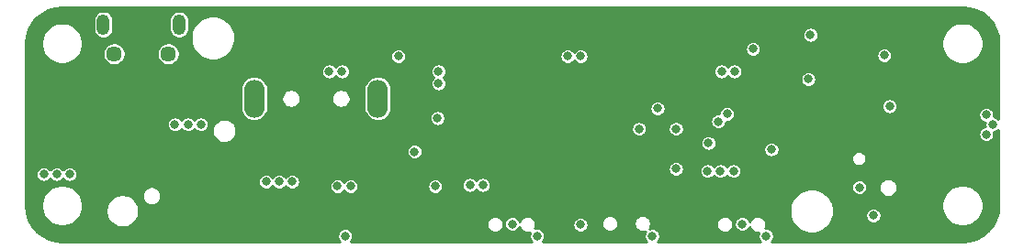
<source format=gbr>
G04 #@! TF.GenerationSoftware,KiCad,Pcbnew,(5.1.5)-3*
G04 #@! TF.CreationDate,2021-06-22T21:37:00+02:00*
G04 #@! TF.ProjectId,18650_UPS_PCB,31383635-305f-4555-9053-5f5043422e6b,rev?*
G04 #@! TF.SameCoordinates,Original*
G04 #@! TF.FileFunction,Copper,L2,Inr*
G04 #@! TF.FilePolarity,Positive*
%FSLAX46Y46*%
G04 Gerber Fmt 4.6, Leading zero omitted, Abs format (unit mm)*
G04 Created by KiCad (PCBNEW (5.1.5)-3) date 2021-06-22 21:37:00*
%MOMM*%
%LPD*%
G04 APERTURE LIST*
%ADD10O,1.900000X3.500000*%
%ADD11O,1.200000X1.900000*%
%ADD12C,1.450000*%
%ADD13C,0.800000*%
%ADD14C,0.254000*%
G04 APERTURE END LIST*
D10*
X153410000Y-82785000D03*
X142010000Y-82785000D03*
D11*
X128110000Y-75947500D03*
X135110000Y-75947500D03*
D12*
X129110000Y-78647500D03*
X134110000Y-78647500D03*
D13*
X210110000Y-85185000D03*
X209510000Y-86085000D03*
X209510000Y-84285000D03*
X122610000Y-89785000D03*
X123810000Y-89785000D03*
X125010000Y-89785000D03*
X172110000Y-78885000D03*
X170910000Y-78885000D03*
X144310000Y-90485000D03*
X145510000Y-90485000D03*
X143110000Y-90485000D03*
X155310000Y-78885000D03*
X150400000Y-95500000D03*
X168100000Y-95500000D03*
X178700000Y-95500000D03*
X189200000Y-95500000D03*
X200600000Y-83500000D03*
X208910000Y-80285000D03*
X207710000Y-80285000D03*
X210110000Y-80285000D03*
X156210000Y-76385000D03*
X155110000Y-76385000D03*
X154010000Y-76385000D03*
X162672500Y-85585000D03*
X181010000Y-76685000D03*
X179810000Y-76685000D03*
X176310000Y-85685000D03*
X176310000Y-84685000D03*
X199410000Y-74885000D03*
X169400000Y-94400000D03*
X183200000Y-94400000D03*
X199800000Y-89000000D03*
X193900000Y-84700000D03*
X183900000Y-85700000D03*
X185110000Y-80285000D03*
X186310000Y-80285000D03*
X148910000Y-80285000D03*
X150110000Y-80285000D03*
X159010000Y-80285000D03*
X159010000Y-81385000D03*
X197800000Y-91000000D03*
X186200000Y-89500000D03*
X185000000Y-89500000D03*
X199100000Y-93600000D03*
X193100000Y-81000000D03*
X183800000Y-89500000D03*
X180900000Y-89300000D03*
X193300000Y-76900000D03*
X150900000Y-90900000D03*
X158700000Y-90900000D03*
X184800000Y-84900000D03*
X149700000Y-90900000D03*
X156800000Y-87700000D03*
X185600000Y-84200000D03*
X137110000Y-85185000D03*
X134710000Y-85185000D03*
X135910000Y-85185000D03*
X161910000Y-90785000D03*
X163110000Y-90785000D03*
X177500000Y-85600000D03*
X189700000Y-87500000D03*
X200100000Y-78800000D03*
X188000000Y-78200000D03*
X183900000Y-86900000D03*
X179200000Y-83700000D03*
X187000000Y-94400000D03*
X165800000Y-94400000D03*
X158900000Y-84600000D03*
X180900000Y-85600000D03*
X172096076Y-94463399D03*
D14*
G36*
X207960155Y-74401478D02*
G01*
X208585543Y-74590293D01*
X209162351Y-74896987D01*
X209668603Y-75309875D01*
X210085012Y-75813227D01*
X210395726Y-76387879D01*
X210588904Y-77011937D01*
X210657943Y-77668793D01*
X210658001Y-77685529D01*
X210658001Y-84704867D01*
X210573436Y-84620302D01*
X210454364Y-84540741D01*
X210322058Y-84485938D01*
X210215490Y-84464741D01*
X210237000Y-84356603D01*
X210237000Y-84213397D01*
X210209062Y-84072942D01*
X210154259Y-83940636D01*
X210074698Y-83821564D01*
X209973436Y-83720302D01*
X209854364Y-83640741D01*
X209722058Y-83585938D01*
X209581603Y-83558000D01*
X209438397Y-83558000D01*
X209297942Y-83585938D01*
X209165636Y-83640741D01*
X209046564Y-83720302D01*
X208945302Y-83821564D01*
X208865741Y-83940636D01*
X208810938Y-84072942D01*
X208783000Y-84213397D01*
X208783000Y-84356603D01*
X208810938Y-84497058D01*
X208865741Y-84629364D01*
X208945302Y-84748436D01*
X209046564Y-84849698D01*
X209165636Y-84929259D01*
X209297942Y-84984062D01*
X209404510Y-85005259D01*
X209383000Y-85113397D01*
X209383000Y-85256603D01*
X209404510Y-85364741D01*
X209297942Y-85385938D01*
X209165636Y-85440741D01*
X209046564Y-85520302D01*
X208945302Y-85621564D01*
X208865741Y-85740636D01*
X208810938Y-85872942D01*
X208783000Y-86013397D01*
X208783000Y-86156603D01*
X208810938Y-86297058D01*
X208865741Y-86429364D01*
X208945302Y-86548436D01*
X209046564Y-86649698D01*
X209165636Y-86729259D01*
X209297942Y-86784062D01*
X209438397Y-86812000D01*
X209581603Y-86812000D01*
X209722058Y-86784062D01*
X209854364Y-86729259D01*
X209973436Y-86649698D01*
X210074698Y-86548436D01*
X210154259Y-86429364D01*
X210209062Y-86297058D01*
X210237000Y-86156603D01*
X210237000Y-86013397D01*
X210215490Y-85905259D01*
X210322058Y-85884062D01*
X210454364Y-85829259D01*
X210573436Y-85749698D01*
X210658000Y-85665134D01*
X210658000Y-92677561D01*
X210593522Y-93335155D01*
X210404704Y-93960549D01*
X210098013Y-94537351D01*
X209685125Y-95043603D01*
X209181771Y-95460013D01*
X208607117Y-95770727D01*
X207983062Y-95963904D01*
X207326207Y-96032943D01*
X207309758Y-96033000D01*
X189695134Y-96033000D01*
X189764698Y-95963436D01*
X189844259Y-95844364D01*
X189899062Y-95712058D01*
X189927000Y-95571603D01*
X189927000Y-95428397D01*
X189899062Y-95287942D01*
X189844259Y-95155636D01*
X189764698Y-95036564D01*
X189663436Y-94935302D01*
X189544364Y-94855741D01*
X189412058Y-94800938D01*
X189271603Y-94773000D01*
X189128397Y-94773000D01*
X189100426Y-94778564D01*
X189157141Y-94641643D01*
X189187000Y-94491528D01*
X189187000Y-94338472D01*
X189157141Y-94188357D01*
X189098569Y-94046952D01*
X189013536Y-93919691D01*
X188905309Y-93811464D01*
X188778048Y-93726431D01*
X188636643Y-93667859D01*
X188486528Y-93638000D01*
X188333472Y-93638000D01*
X188183357Y-93667859D01*
X188041952Y-93726431D01*
X187914691Y-93811464D01*
X187806464Y-93919691D01*
X187721431Y-94046952D01*
X187681046Y-94144449D01*
X187644259Y-94055636D01*
X187564698Y-93936564D01*
X187463436Y-93835302D01*
X187344364Y-93755741D01*
X187212058Y-93700938D01*
X187071603Y-93673000D01*
X186928397Y-93673000D01*
X186787942Y-93700938D01*
X186655636Y-93755741D01*
X186536564Y-93835302D01*
X186435302Y-93936564D01*
X186355741Y-94055636D01*
X186300938Y-94187942D01*
X186273000Y-94328397D01*
X186273000Y-94471603D01*
X186300938Y-94612058D01*
X186355741Y-94744364D01*
X186435302Y-94863436D01*
X186536564Y-94964698D01*
X186655636Y-95044259D01*
X186787942Y-95099062D01*
X186928397Y-95127000D01*
X187071603Y-95127000D01*
X187212058Y-95099062D01*
X187344364Y-95044259D01*
X187463436Y-94964698D01*
X187564698Y-94863436D01*
X187644259Y-94744364D01*
X187674833Y-94670551D01*
X187721431Y-94783048D01*
X187806464Y-94910309D01*
X187914691Y-95018536D01*
X188041952Y-95103569D01*
X188183357Y-95162141D01*
X188333472Y-95192000D01*
X188486528Y-95192000D01*
X188545541Y-95180262D01*
X188500938Y-95287942D01*
X188473000Y-95428397D01*
X188473000Y-95571603D01*
X188500938Y-95712058D01*
X188555741Y-95844364D01*
X188635302Y-95963436D01*
X188704866Y-96033000D01*
X179195134Y-96033000D01*
X179264698Y-95963436D01*
X179344259Y-95844364D01*
X179399062Y-95712058D01*
X179427000Y-95571603D01*
X179427000Y-95428397D01*
X179399062Y-95287942D01*
X179344259Y-95155636D01*
X179264698Y-95036564D01*
X179163436Y-94935302D01*
X179044364Y-94855741D01*
X178912058Y-94800938D01*
X178771603Y-94773000D01*
X178628397Y-94773000D01*
X178487942Y-94800938D01*
X178435294Y-94822745D01*
X178498569Y-94728048D01*
X178557141Y-94586643D01*
X178587000Y-94436528D01*
X178587000Y-94338472D01*
X184633000Y-94338472D01*
X184633000Y-94491528D01*
X184662859Y-94641643D01*
X184721431Y-94783048D01*
X184806464Y-94910309D01*
X184914691Y-95018536D01*
X185041952Y-95103569D01*
X185183357Y-95162141D01*
X185333472Y-95192000D01*
X185486528Y-95192000D01*
X185636643Y-95162141D01*
X185778048Y-95103569D01*
X185905309Y-95018536D01*
X186013536Y-94910309D01*
X186098569Y-94783048D01*
X186157141Y-94641643D01*
X186187000Y-94491528D01*
X186187000Y-94338472D01*
X186157141Y-94188357D01*
X186098569Y-94046952D01*
X186013536Y-93919691D01*
X185905309Y-93811464D01*
X185778048Y-93726431D01*
X185636643Y-93667859D01*
X185486528Y-93638000D01*
X185333472Y-93638000D01*
X185183357Y-93667859D01*
X185041952Y-93726431D01*
X184914691Y-93811464D01*
X184806464Y-93919691D01*
X184721431Y-94046952D01*
X184662859Y-94188357D01*
X184633000Y-94338472D01*
X178587000Y-94338472D01*
X178587000Y-94283472D01*
X178557141Y-94133357D01*
X178498569Y-93991952D01*
X178413536Y-93864691D01*
X178305309Y-93756464D01*
X178178048Y-93671431D01*
X178036643Y-93612859D01*
X177886528Y-93583000D01*
X177733472Y-93583000D01*
X177583357Y-93612859D01*
X177441952Y-93671431D01*
X177314691Y-93756464D01*
X177206464Y-93864691D01*
X177121431Y-93991952D01*
X177062859Y-94133357D01*
X177033000Y-94283472D01*
X177033000Y-94436528D01*
X177062859Y-94586643D01*
X177121431Y-94728048D01*
X177206464Y-94855309D01*
X177314691Y-94963536D01*
X177441952Y-95048569D01*
X177583357Y-95107141D01*
X177733472Y-95137000D01*
X177886528Y-95137000D01*
X178036643Y-95107141D01*
X178107853Y-95077645D01*
X178055741Y-95155636D01*
X178000938Y-95287942D01*
X177973000Y-95428397D01*
X177973000Y-95571603D01*
X178000938Y-95712058D01*
X178055741Y-95844364D01*
X178135302Y-95963436D01*
X178204866Y-96033000D01*
X168595134Y-96033000D01*
X168664698Y-95963436D01*
X168744259Y-95844364D01*
X168799062Y-95712058D01*
X168827000Y-95571603D01*
X168827000Y-95428397D01*
X168799062Y-95287942D01*
X168744259Y-95155636D01*
X168664698Y-95036564D01*
X168563436Y-94935302D01*
X168444364Y-94855741D01*
X168312058Y-94800938D01*
X168171603Y-94773000D01*
X168028397Y-94773000D01*
X167887942Y-94800938D01*
X167886108Y-94801698D01*
X167898569Y-94783048D01*
X167957141Y-94641643D01*
X167987000Y-94491528D01*
X167987000Y-94391796D01*
X171369076Y-94391796D01*
X171369076Y-94535002D01*
X171397014Y-94675457D01*
X171451817Y-94807763D01*
X171531378Y-94926835D01*
X171632640Y-95028097D01*
X171751712Y-95107658D01*
X171884018Y-95162461D01*
X172024473Y-95190399D01*
X172167679Y-95190399D01*
X172308134Y-95162461D01*
X172440440Y-95107658D01*
X172559512Y-95028097D01*
X172660774Y-94926835D01*
X172740335Y-94807763D01*
X172795138Y-94675457D01*
X172823076Y-94535002D01*
X172823076Y-94391796D01*
X172801530Y-94283472D01*
X174033000Y-94283472D01*
X174033000Y-94436528D01*
X174062859Y-94586643D01*
X174121431Y-94728048D01*
X174206464Y-94855309D01*
X174314691Y-94963536D01*
X174441952Y-95048569D01*
X174583357Y-95107141D01*
X174733472Y-95137000D01*
X174886528Y-95137000D01*
X175036643Y-95107141D01*
X175178048Y-95048569D01*
X175305309Y-94963536D01*
X175413536Y-94855309D01*
X175498569Y-94728048D01*
X175557141Y-94586643D01*
X175587000Y-94436528D01*
X175587000Y-94283472D01*
X175557141Y-94133357D01*
X175498569Y-93991952D01*
X175413536Y-93864691D01*
X175305309Y-93756464D01*
X175178048Y-93671431D01*
X175036643Y-93612859D01*
X174886528Y-93583000D01*
X174733472Y-93583000D01*
X174583357Y-93612859D01*
X174441952Y-93671431D01*
X174314691Y-93756464D01*
X174206464Y-93864691D01*
X174121431Y-93991952D01*
X174062859Y-94133357D01*
X174033000Y-94283472D01*
X172801530Y-94283472D01*
X172795138Y-94251341D01*
X172740335Y-94119035D01*
X172660774Y-93999963D01*
X172559512Y-93898701D01*
X172440440Y-93819140D01*
X172308134Y-93764337D01*
X172167679Y-93736399D01*
X172024473Y-93736399D01*
X171884018Y-93764337D01*
X171751712Y-93819140D01*
X171632640Y-93898701D01*
X171531378Y-93999963D01*
X171451817Y-94119035D01*
X171397014Y-94251341D01*
X171369076Y-94391796D01*
X167987000Y-94391796D01*
X167987000Y-94338472D01*
X167957141Y-94188357D01*
X167898569Y-94046952D01*
X167813536Y-93919691D01*
X167705309Y-93811464D01*
X167578048Y-93726431D01*
X167436643Y-93667859D01*
X167286528Y-93638000D01*
X167133472Y-93638000D01*
X166983357Y-93667859D01*
X166841952Y-93726431D01*
X166714691Y-93811464D01*
X166606464Y-93919691D01*
X166521431Y-94046952D01*
X166481046Y-94144449D01*
X166444259Y-94055636D01*
X166364698Y-93936564D01*
X166263436Y-93835302D01*
X166144364Y-93755741D01*
X166012058Y-93700938D01*
X165871603Y-93673000D01*
X165728397Y-93673000D01*
X165587942Y-93700938D01*
X165455636Y-93755741D01*
X165336564Y-93835302D01*
X165235302Y-93936564D01*
X165155741Y-94055636D01*
X165100938Y-94187942D01*
X165073000Y-94328397D01*
X165073000Y-94471603D01*
X165100938Y-94612058D01*
X165155741Y-94744364D01*
X165235302Y-94863436D01*
X165336564Y-94964698D01*
X165455636Y-95044259D01*
X165587942Y-95099062D01*
X165728397Y-95127000D01*
X165871603Y-95127000D01*
X166012058Y-95099062D01*
X166144364Y-95044259D01*
X166263436Y-94964698D01*
X166364698Y-94863436D01*
X166444259Y-94744364D01*
X166474833Y-94670551D01*
X166521431Y-94783048D01*
X166606464Y-94910309D01*
X166714691Y-95018536D01*
X166841952Y-95103569D01*
X166983357Y-95162141D01*
X167133472Y-95192000D01*
X167286528Y-95192000D01*
X167436643Y-95162141D01*
X167457040Y-95153692D01*
X167455741Y-95155636D01*
X167400938Y-95287942D01*
X167373000Y-95428397D01*
X167373000Y-95571603D01*
X167400938Y-95712058D01*
X167455741Y-95844364D01*
X167535302Y-95963436D01*
X167604866Y-96033000D01*
X150895134Y-96033000D01*
X150964698Y-95963436D01*
X151044259Y-95844364D01*
X151099062Y-95712058D01*
X151127000Y-95571603D01*
X151127000Y-95428397D01*
X151099062Y-95287942D01*
X151044259Y-95155636D01*
X150964698Y-95036564D01*
X150863436Y-94935302D01*
X150744364Y-94855741D01*
X150612058Y-94800938D01*
X150471603Y-94773000D01*
X150328397Y-94773000D01*
X150187942Y-94800938D01*
X150055636Y-94855741D01*
X149936564Y-94935302D01*
X149835302Y-95036564D01*
X149755741Y-95155636D01*
X149700938Y-95287942D01*
X149673000Y-95428397D01*
X149673000Y-95571603D01*
X149700938Y-95712058D01*
X149755741Y-95844364D01*
X149835302Y-95963436D01*
X149904866Y-96033000D01*
X124317439Y-96033000D01*
X123659845Y-95968522D01*
X123034451Y-95779704D01*
X122457649Y-95473013D01*
X121951397Y-95060125D01*
X121534987Y-94556771D01*
X121224273Y-93982117D01*
X121031096Y-93358062D01*
X120962057Y-92701207D01*
X120962000Y-92684758D01*
X120962000Y-92495207D01*
X122383000Y-92495207D01*
X122383000Y-92874793D01*
X122457053Y-93247085D01*
X122602315Y-93597777D01*
X122813201Y-93913391D01*
X123081609Y-94181799D01*
X123397223Y-94392685D01*
X123747915Y-94537947D01*
X124120207Y-94612000D01*
X124499793Y-94612000D01*
X124872085Y-94537947D01*
X125222777Y-94392685D01*
X125538391Y-94181799D01*
X125806799Y-93913391D01*
X126017685Y-93597777D01*
X126162947Y-93247085D01*
X126205113Y-93035096D01*
X128358000Y-93035096D01*
X128358000Y-93334904D01*
X128416490Y-93628951D01*
X128531221Y-93905937D01*
X128697786Y-94155218D01*
X128909782Y-94367214D01*
X129159063Y-94533779D01*
X129436049Y-94648510D01*
X129730096Y-94707000D01*
X130029904Y-94707000D01*
X130323951Y-94648510D01*
X130600937Y-94533779D01*
X130850218Y-94367214D01*
X130878960Y-94338472D01*
X163433000Y-94338472D01*
X163433000Y-94491528D01*
X163462859Y-94641643D01*
X163521431Y-94783048D01*
X163606464Y-94910309D01*
X163714691Y-95018536D01*
X163841952Y-95103569D01*
X163983357Y-95162141D01*
X164133472Y-95192000D01*
X164286528Y-95192000D01*
X164436643Y-95162141D01*
X164578048Y-95103569D01*
X164705309Y-95018536D01*
X164813536Y-94910309D01*
X164898569Y-94783048D01*
X164957141Y-94641643D01*
X164987000Y-94491528D01*
X164987000Y-94338472D01*
X164957141Y-94188357D01*
X164898569Y-94046952D01*
X164813536Y-93919691D01*
X164705309Y-93811464D01*
X164578048Y-93726431D01*
X164436643Y-93667859D01*
X164286528Y-93638000D01*
X164133472Y-93638000D01*
X163983357Y-93667859D01*
X163841952Y-93726431D01*
X163714691Y-93811464D01*
X163606464Y-93919691D01*
X163521431Y-94046952D01*
X163462859Y-94188357D01*
X163433000Y-94338472D01*
X130878960Y-94338472D01*
X131062214Y-94155218D01*
X131228779Y-93905937D01*
X131343510Y-93628951D01*
X131402000Y-93334904D01*
X131402000Y-93035096D01*
X131391617Y-92982896D01*
X191358000Y-92982896D01*
X191358000Y-93387104D01*
X191436857Y-93783546D01*
X191591541Y-94156987D01*
X191816107Y-94493074D01*
X192101926Y-94778893D01*
X192438013Y-95003459D01*
X192811454Y-95158143D01*
X193207896Y-95237000D01*
X193612104Y-95237000D01*
X194008546Y-95158143D01*
X194381987Y-95003459D01*
X194718074Y-94778893D01*
X195003893Y-94493074D01*
X195228459Y-94156987D01*
X195383143Y-93783546D01*
X195433895Y-93528397D01*
X198373000Y-93528397D01*
X198373000Y-93671603D01*
X198400938Y-93812058D01*
X198455741Y-93944364D01*
X198535302Y-94063436D01*
X198636564Y-94164698D01*
X198755636Y-94244259D01*
X198887942Y-94299062D01*
X199028397Y-94327000D01*
X199171603Y-94327000D01*
X199312058Y-94299062D01*
X199444364Y-94244259D01*
X199563436Y-94164698D01*
X199664698Y-94063436D01*
X199744259Y-93944364D01*
X199799062Y-93812058D01*
X199827000Y-93671603D01*
X199827000Y-93528397D01*
X199799062Y-93387942D01*
X199744259Y-93255636D01*
X199664698Y-93136564D01*
X199563436Y-93035302D01*
X199444364Y-92955741D01*
X199312058Y-92900938D01*
X199171603Y-92873000D01*
X199028397Y-92873000D01*
X198887942Y-92900938D01*
X198755636Y-92955741D01*
X198636564Y-93035302D01*
X198535302Y-93136564D01*
X198455741Y-93255636D01*
X198400938Y-93387942D01*
X198373000Y-93528397D01*
X195433895Y-93528397D01*
X195462000Y-93387104D01*
X195462000Y-92982896D01*
X195383143Y-92586454D01*
X195345348Y-92495207D01*
X205383000Y-92495207D01*
X205383000Y-92874793D01*
X205457053Y-93247085D01*
X205602315Y-93597777D01*
X205813201Y-93913391D01*
X206081609Y-94181799D01*
X206397223Y-94392685D01*
X206747915Y-94537947D01*
X207120207Y-94612000D01*
X207499793Y-94612000D01*
X207872085Y-94537947D01*
X208222777Y-94392685D01*
X208538391Y-94181799D01*
X208806799Y-93913391D01*
X209017685Y-93597777D01*
X209162947Y-93247085D01*
X209237000Y-92874793D01*
X209237000Y-92495207D01*
X209162947Y-92122915D01*
X209017685Y-91772223D01*
X208806799Y-91456609D01*
X208538391Y-91188201D01*
X208222777Y-90977315D01*
X207872085Y-90832053D01*
X207499793Y-90758000D01*
X207120207Y-90758000D01*
X206747915Y-90832053D01*
X206397223Y-90977315D01*
X206081609Y-91188201D01*
X205813201Y-91456609D01*
X205602315Y-91772223D01*
X205457053Y-92122915D01*
X205383000Y-92495207D01*
X195345348Y-92495207D01*
X195228459Y-92213013D01*
X195003893Y-91876926D01*
X194718074Y-91591107D01*
X194381987Y-91366541D01*
X194008546Y-91211857D01*
X193612104Y-91133000D01*
X193207896Y-91133000D01*
X192811454Y-91211857D01*
X192438013Y-91366541D01*
X192101926Y-91591107D01*
X191816107Y-91876926D01*
X191591541Y-92213013D01*
X191436857Y-92586454D01*
X191358000Y-92982896D01*
X131391617Y-92982896D01*
X131343510Y-92741049D01*
X131228779Y-92464063D01*
X131062214Y-92214782D01*
X130850218Y-92002786D01*
X130600937Y-91836221D01*
X130323951Y-91721490D01*
X130208992Y-91698623D01*
X131683000Y-91698623D01*
X131683000Y-91871377D01*
X131716703Y-92040811D01*
X131782813Y-92200415D01*
X131878790Y-92344055D01*
X132000945Y-92466210D01*
X132144585Y-92562187D01*
X132304189Y-92628297D01*
X132473623Y-92662000D01*
X132646377Y-92662000D01*
X132815811Y-92628297D01*
X132975415Y-92562187D01*
X133119055Y-92466210D01*
X133241210Y-92344055D01*
X133337187Y-92200415D01*
X133403297Y-92040811D01*
X133437000Y-91871377D01*
X133437000Y-91698623D01*
X133403297Y-91529189D01*
X133337187Y-91369585D01*
X133241210Y-91225945D01*
X133119055Y-91103790D01*
X132975415Y-91007813D01*
X132815811Y-90941703D01*
X132646377Y-90908000D01*
X132473623Y-90908000D01*
X132304189Y-90941703D01*
X132144585Y-91007813D01*
X132000945Y-91103790D01*
X131878790Y-91225945D01*
X131782813Y-91369585D01*
X131716703Y-91529189D01*
X131683000Y-91698623D01*
X130208992Y-91698623D01*
X130029904Y-91663000D01*
X129730096Y-91663000D01*
X129436049Y-91721490D01*
X129159063Y-91836221D01*
X128909782Y-92002786D01*
X128697786Y-92214782D01*
X128531221Y-92464063D01*
X128416490Y-92741049D01*
X128358000Y-93035096D01*
X126205113Y-93035096D01*
X126237000Y-92874793D01*
X126237000Y-92495207D01*
X126162947Y-92122915D01*
X126017685Y-91772223D01*
X125806799Y-91456609D01*
X125538391Y-91188201D01*
X125222777Y-90977315D01*
X124872085Y-90832053D01*
X124499793Y-90758000D01*
X124120207Y-90758000D01*
X123747915Y-90832053D01*
X123397223Y-90977315D01*
X123081609Y-91188201D01*
X122813201Y-91456609D01*
X122602315Y-91772223D01*
X122457053Y-92122915D01*
X122383000Y-92495207D01*
X120962000Y-92495207D01*
X120962000Y-89713397D01*
X121883000Y-89713397D01*
X121883000Y-89856603D01*
X121910938Y-89997058D01*
X121965741Y-90129364D01*
X122045302Y-90248436D01*
X122146564Y-90349698D01*
X122265636Y-90429259D01*
X122397942Y-90484062D01*
X122538397Y-90512000D01*
X122681603Y-90512000D01*
X122822058Y-90484062D01*
X122954364Y-90429259D01*
X123073436Y-90349698D01*
X123174698Y-90248436D01*
X123210000Y-90195603D01*
X123245302Y-90248436D01*
X123346564Y-90349698D01*
X123465636Y-90429259D01*
X123597942Y-90484062D01*
X123738397Y-90512000D01*
X123881603Y-90512000D01*
X124022058Y-90484062D01*
X124154364Y-90429259D01*
X124273436Y-90349698D01*
X124374698Y-90248436D01*
X124410000Y-90195603D01*
X124445302Y-90248436D01*
X124546564Y-90349698D01*
X124665636Y-90429259D01*
X124797942Y-90484062D01*
X124938397Y-90512000D01*
X125081603Y-90512000D01*
X125222058Y-90484062D01*
X125354364Y-90429259D01*
X125378103Y-90413397D01*
X142383000Y-90413397D01*
X142383000Y-90556603D01*
X142410938Y-90697058D01*
X142465741Y-90829364D01*
X142545302Y-90948436D01*
X142646564Y-91049698D01*
X142765636Y-91129259D01*
X142897942Y-91184062D01*
X143038397Y-91212000D01*
X143181603Y-91212000D01*
X143322058Y-91184062D01*
X143454364Y-91129259D01*
X143573436Y-91049698D01*
X143674698Y-90948436D01*
X143710000Y-90895603D01*
X143745302Y-90948436D01*
X143846564Y-91049698D01*
X143965636Y-91129259D01*
X144097942Y-91184062D01*
X144238397Y-91212000D01*
X144381603Y-91212000D01*
X144522058Y-91184062D01*
X144654364Y-91129259D01*
X144773436Y-91049698D01*
X144874698Y-90948436D01*
X144910000Y-90895603D01*
X144945302Y-90948436D01*
X145046564Y-91049698D01*
X145165636Y-91129259D01*
X145297942Y-91184062D01*
X145438397Y-91212000D01*
X145581603Y-91212000D01*
X145722058Y-91184062D01*
X145854364Y-91129259D01*
X145973436Y-91049698D01*
X146074698Y-90948436D01*
X146154259Y-90829364D01*
X146154659Y-90828397D01*
X148973000Y-90828397D01*
X148973000Y-90971603D01*
X149000938Y-91112058D01*
X149055741Y-91244364D01*
X149135302Y-91363436D01*
X149236564Y-91464698D01*
X149355636Y-91544259D01*
X149487942Y-91599062D01*
X149628397Y-91627000D01*
X149771603Y-91627000D01*
X149912058Y-91599062D01*
X150044364Y-91544259D01*
X150163436Y-91464698D01*
X150264698Y-91363436D01*
X150300000Y-91310603D01*
X150335302Y-91363436D01*
X150436564Y-91464698D01*
X150555636Y-91544259D01*
X150687942Y-91599062D01*
X150828397Y-91627000D01*
X150971603Y-91627000D01*
X151112058Y-91599062D01*
X151244364Y-91544259D01*
X151363436Y-91464698D01*
X151464698Y-91363436D01*
X151544259Y-91244364D01*
X151599062Y-91112058D01*
X151627000Y-90971603D01*
X151627000Y-90828397D01*
X157973000Y-90828397D01*
X157973000Y-90971603D01*
X158000938Y-91112058D01*
X158055741Y-91244364D01*
X158135302Y-91363436D01*
X158236564Y-91464698D01*
X158355636Y-91544259D01*
X158487942Y-91599062D01*
X158628397Y-91627000D01*
X158771603Y-91627000D01*
X158912058Y-91599062D01*
X159044364Y-91544259D01*
X159163436Y-91464698D01*
X159264698Y-91363436D01*
X159344259Y-91244364D01*
X159399062Y-91112058D01*
X159427000Y-90971603D01*
X159427000Y-90828397D01*
X159404126Y-90713397D01*
X161183000Y-90713397D01*
X161183000Y-90856603D01*
X161210938Y-90997058D01*
X161265741Y-91129364D01*
X161345302Y-91248436D01*
X161446564Y-91349698D01*
X161565636Y-91429259D01*
X161697942Y-91484062D01*
X161838397Y-91512000D01*
X161981603Y-91512000D01*
X162122058Y-91484062D01*
X162254364Y-91429259D01*
X162373436Y-91349698D01*
X162474698Y-91248436D01*
X162510000Y-91195603D01*
X162545302Y-91248436D01*
X162646564Y-91349698D01*
X162765636Y-91429259D01*
X162897942Y-91484062D01*
X163038397Y-91512000D01*
X163181603Y-91512000D01*
X163322058Y-91484062D01*
X163454364Y-91429259D01*
X163573436Y-91349698D01*
X163674698Y-91248436D01*
X163754259Y-91129364D01*
X163809062Y-90997058D01*
X163822719Y-90928397D01*
X197073000Y-90928397D01*
X197073000Y-91071603D01*
X197100938Y-91212058D01*
X197155741Y-91344364D01*
X197235302Y-91463436D01*
X197336564Y-91564698D01*
X197455636Y-91644259D01*
X197587942Y-91699062D01*
X197728397Y-91727000D01*
X197871603Y-91727000D01*
X198012058Y-91699062D01*
X198144364Y-91644259D01*
X198263436Y-91564698D01*
X198364698Y-91463436D01*
X198444259Y-91344364D01*
X198499062Y-91212058D01*
X198527000Y-91071603D01*
X198527000Y-90944588D01*
X199601503Y-90944588D01*
X199601503Y-91112418D01*
X199634245Y-91277022D01*
X199698471Y-91432076D01*
X199791712Y-91571621D01*
X199910385Y-91690294D01*
X200049930Y-91783535D01*
X200204984Y-91847761D01*
X200369588Y-91880503D01*
X200537418Y-91880503D01*
X200702022Y-91847761D01*
X200857076Y-91783535D01*
X200996621Y-91690294D01*
X201115294Y-91571621D01*
X201208535Y-91432076D01*
X201272761Y-91277022D01*
X201305503Y-91112418D01*
X201305503Y-90944588D01*
X201272761Y-90779984D01*
X201208535Y-90624930D01*
X201115294Y-90485385D01*
X200996621Y-90366712D01*
X200857076Y-90273471D01*
X200702022Y-90209245D01*
X200537418Y-90176503D01*
X200369588Y-90176503D01*
X200204984Y-90209245D01*
X200049930Y-90273471D01*
X199910385Y-90366712D01*
X199791712Y-90485385D01*
X199698471Y-90624930D01*
X199634245Y-90779984D01*
X199601503Y-90944588D01*
X198527000Y-90944588D01*
X198527000Y-90928397D01*
X198499062Y-90787942D01*
X198444259Y-90655636D01*
X198364698Y-90536564D01*
X198263436Y-90435302D01*
X198144364Y-90355741D01*
X198012058Y-90300938D01*
X197871603Y-90273000D01*
X197728397Y-90273000D01*
X197587942Y-90300938D01*
X197455636Y-90355741D01*
X197336564Y-90435302D01*
X197235302Y-90536564D01*
X197155741Y-90655636D01*
X197100938Y-90787942D01*
X197073000Y-90928397D01*
X163822719Y-90928397D01*
X163837000Y-90856603D01*
X163837000Y-90713397D01*
X163809062Y-90572942D01*
X163754259Y-90440636D01*
X163674698Y-90321564D01*
X163573436Y-90220302D01*
X163454364Y-90140741D01*
X163322058Y-90085938D01*
X163181603Y-90058000D01*
X163038397Y-90058000D01*
X162897942Y-90085938D01*
X162765636Y-90140741D01*
X162646564Y-90220302D01*
X162545302Y-90321564D01*
X162510000Y-90374397D01*
X162474698Y-90321564D01*
X162373436Y-90220302D01*
X162254364Y-90140741D01*
X162122058Y-90085938D01*
X161981603Y-90058000D01*
X161838397Y-90058000D01*
X161697942Y-90085938D01*
X161565636Y-90140741D01*
X161446564Y-90220302D01*
X161345302Y-90321564D01*
X161265741Y-90440636D01*
X161210938Y-90572942D01*
X161183000Y-90713397D01*
X159404126Y-90713397D01*
X159399062Y-90687942D01*
X159344259Y-90555636D01*
X159264698Y-90436564D01*
X159163436Y-90335302D01*
X159044364Y-90255741D01*
X158912058Y-90200938D01*
X158771603Y-90173000D01*
X158628397Y-90173000D01*
X158487942Y-90200938D01*
X158355636Y-90255741D01*
X158236564Y-90335302D01*
X158135302Y-90436564D01*
X158055741Y-90555636D01*
X158000938Y-90687942D01*
X157973000Y-90828397D01*
X151627000Y-90828397D01*
X151599062Y-90687942D01*
X151544259Y-90555636D01*
X151464698Y-90436564D01*
X151363436Y-90335302D01*
X151244364Y-90255741D01*
X151112058Y-90200938D01*
X150971603Y-90173000D01*
X150828397Y-90173000D01*
X150687942Y-90200938D01*
X150555636Y-90255741D01*
X150436564Y-90335302D01*
X150335302Y-90436564D01*
X150300000Y-90489397D01*
X150264698Y-90436564D01*
X150163436Y-90335302D01*
X150044364Y-90255741D01*
X149912058Y-90200938D01*
X149771603Y-90173000D01*
X149628397Y-90173000D01*
X149487942Y-90200938D01*
X149355636Y-90255741D01*
X149236564Y-90335302D01*
X149135302Y-90436564D01*
X149055741Y-90555636D01*
X149000938Y-90687942D01*
X148973000Y-90828397D01*
X146154659Y-90828397D01*
X146209062Y-90697058D01*
X146237000Y-90556603D01*
X146237000Y-90413397D01*
X146209062Y-90272942D01*
X146154259Y-90140636D01*
X146074698Y-90021564D01*
X145973436Y-89920302D01*
X145854364Y-89840741D01*
X145722058Y-89785938D01*
X145581603Y-89758000D01*
X145438397Y-89758000D01*
X145297942Y-89785938D01*
X145165636Y-89840741D01*
X145046564Y-89920302D01*
X144945302Y-90021564D01*
X144910000Y-90074397D01*
X144874698Y-90021564D01*
X144773436Y-89920302D01*
X144654364Y-89840741D01*
X144522058Y-89785938D01*
X144381603Y-89758000D01*
X144238397Y-89758000D01*
X144097942Y-89785938D01*
X143965636Y-89840741D01*
X143846564Y-89920302D01*
X143745302Y-90021564D01*
X143710000Y-90074397D01*
X143674698Y-90021564D01*
X143573436Y-89920302D01*
X143454364Y-89840741D01*
X143322058Y-89785938D01*
X143181603Y-89758000D01*
X143038397Y-89758000D01*
X142897942Y-89785938D01*
X142765636Y-89840741D01*
X142646564Y-89920302D01*
X142545302Y-90021564D01*
X142465741Y-90140636D01*
X142410938Y-90272942D01*
X142383000Y-90413397D01*
X125378103Y-90413397D01*
X125473436Y-90349698D01*
X125574698Y-90248436D01*
X125654259Y-90129364D01*
X125709062Y-89997058D01*
X125737000Y-89856603D01*
X125737000Y-89713397D01*
X125709062Y-89572942D01*
X125654259Y-89440636D01*
X125574698Y-89321564D01*
X125481531Y-89228397D01*
X180173000Y-89228397D01*
X180173000Y-89371603D01*
X180200938Y-89512058D01*
X180255741Y-89644364D01*
X180335302Y-89763436D01*
X180436564Y-89864698D01*
X180555636Y-89944259D01*
X180687942Y-89999062D01*
X180828397Y-90027000D01*
X180971603Y-90027000D01*
X181112058Y-89999062D01*
X181244364Y-89944259D01*
X181363436Y-89864698D01*
X181464698Y-89763436D01*
X181544259Y-89644364D01*
X181599062Y-89512058D01*
X181615703Y-89428397D01*
X183073000Y-89428397D01*
X183073000Y-89571603D01*
X183100938Y-89712058D01*
X183155741Y-89844364D01*
X183235302Y-89963436D01*
X183336564Y-90064698D01*
X183455636Y-90144259D01*
X183587942Y-90199062D01*
X183728397Y-90227000D01*
X183871603Y-90227000D01*
X184012058Y-90199062D01*
X184144364Y-90144259D01*
X184263436Y-90064698D01*
X184364698Y-89963436D01*
X184400000Y-89910603D01*
X184435302Y-89963436D01*
X184536564Y-90064698D01*
X184655636Y-90144259D01*
X184787942Y-90199062D01*
X184928397Y-90227000D01*
X185071603Y-90227000D01*
X185212058Y-90199062D01*
X185344364Y-90144259D01*
X185463436Y-90064698D01*
X185564698Y-89963436D01*
X185600000Y-89910603D01*
X185635302Y-89963436D01*
X185736564Y-90064698D01*
X185855636Y-90144259D01*
X185987942Y-90199062D01*
X186128397Y-90227000D01*
X186271603Y-90227000D01*
X186412058Y-90199062D01*
X186544364Y-90144259D01*
X186663436Y-90064698D01*
X186764698Y-89963436D01*
X186844259Y-89844364D01*
X186899062Y-89712058D01*
X186927000Y-89571603D01*
X186927000Y-89428397D01*
X186899062Y-89287942D01*
X186844259Y-89155636D01*
X186764698Y-89036564D01*
X186663436Y-88935302D01*
X186544364Y-88855741D01*
X186412058Y-88800938D01*
X186271603Y-88773000D01*
X186128397Y-88773000D01*
X185987942Y-88800938D01*
X185855636Y-88855741D01*
X185736564Y-88935302D01*
X185635302Y-89036564D01*
X185600000Y-89089397D01*
X185564698Y-89036564D01*
X185463436Y-88935302D01*
X185344364Y-88855741D01*
X185212058Y-88800938D01*
X185071603Y-88773000D01*
X184928397Y-88773000D01*
X184787942Y-88800938D01*
X184655636Y-88855741D01*
X184536564Y-88935302D01*
X184435302Y-89036564D01*
X184400000Y-89089397D01*
X184364698Y-89036564D01*
X184263436Y-88935302D01*
X184144364Y-88855741D01*
X184012058Y-88800938D01*
X183871603Y-88773000D01*
X183728397Y-88773000D01*
X183587942Y-88800938D01*
X183455636Y-88855741D01*
X183336564Y-88935302D01*
X183235302Y-89036564D01*
X183155741Y-89155636D01*
X183100938Y-89287942D01*
X183073000Y-89428397D01*
X181615703Y-89428397D01*
X181627000Y-89371603D01*
X181627000Y-89228397D01*
X181599062Y-89087942D01*
X181544259Y-88955636D01*
X181464698Y-88836564D01*
X181363436Y-88735302D01*
X181244364Y-88655741D01*
X181112058Y-88600938D01*
X180971603Y-88573000D01*
X180828397Y-88573000D01*
X180687942Y-88600938D01*
X180555636Y-88655741D01*
X180436564Y-88735302D01*
X180335302Y-88836564D01*
X180255741Y-88955636D01*
X180200938Y-89087942D01*
X180173000Y-89228397D01*
X125481531Y-89228397D01*
X125473436Y-89220302D01*
X125354364Y-89140741D01*
X125222058Y-89085938D01*
X125081603Y-89058000D01*
X124938397Y-89058000D01*
X124797942Y-89085938D01*
X124665636Y-89140741D01*
X124546564Y-89220302D01*
X124445302Y-89321564D01*
X124410000Y-89374397D01*
X124374698Y-89321564D01*
X124273436Y-89220302D01*
X124154364Y-89140741D01*
X124022058Y-89085938D01*
X123881603Y-89058000D01*
X123738397Y-89058000D01*
X123597942Y-89085938D01*
X123465636Y-89140741D01*
X123346564Y-89220302D01*
X123245302Y-89321564D01*
X123210000Y-89374397D01*
X123174698Y-89321564D01*
X123073436Y-89220302D01*
X122954364Y-89140741D01*
X122822058Y-89085938D01*
X122681603Y-89058000D01*
X122538397Y-89058000D01*
X122397942Y-89085938D01*
X122265636Y-89140741D01*
X122146564Y-89220302D01*
X122045302Y-89321564D01*
X121965741Y-89440636D01*
X121910938Y-89572942D01*
X121883000Y-89713397D01*
X120962000Y-89713397D01*
X120962000Y-87628397D01*
X156073000Y-87628397D01*
X156073000Y-87771603D01*
X156100938Y-87912058D01*
X156155741Y-88044364D01*
X156235302Y-88163436D01*
X156336564Y-88264698D01*
X156455636Y-88344259D01*
X156587942Y-88399062D01*
X156728397Y-88427000D01*
X156871603Y-88427000D01*
X157012058Y-88399062D01*
X157144364Y-88344259D01*
X157251974Y-88272356D01*
X197064497Y-88272356D01*
X197064497Y-88410638D01*
X197091474Y-88546263D01*
X197144392Y-88674019D01*
X197221218Y-88788996D01*
X197318998Y-88886776D01*
X197433975Y-88963602D01*
X197561731Y-89016520D01*
X197697356Y-89043497D01*
X197835638Y-89043497D01*
X197971263Y-89016520D01*
X198099019Y-88963602D01*
X198213996Y-88886776D01*
X198311776Y-88788996D01*
X198388602Y-88674019D01*
X198441520Y-88546263D01*
X198468497Y-88410638D01*
X198468497Y-88272356D01*
X198441520Y-88136731D01*
X198388602Y-88008975D01*
X198311776Y-87893998D01*
X198213996Y-87796218D01*
X198099019Y-87719392D01*
X197971263Y-87666474D01*
X197835638Y-87639497D01*
X197697356Y-87639497D01*
X197561731Y-87666474D01*
X197433975Y-87719392D01*
X197318998Y-87796218D01*
X197221218Y-87893998D01*
X197144392Y-88008975D01*
X197091474Y-88136731D01*
X197064497Y-88272356D01*
X157251974Y-88272356D01*
X157263436Y-88264698D01*
X157364698Y-88163436D01*
X157444259Y-88044364D01*
X157499062Y-87912058D01*
X157527000Y-87771603D01*
X157527000Y-87628397D01*
X157499062Y-87487942D01*
X157444259Y-87355636D01*
X157364698Y-87236564D01*
X157263436Y-87135302D01*
X157144364Y-87055741D01*
X157012058Y-87000938D01*
X156871603Y-86973000D01*
X156728397Y-86973000D01*
X156587942Y-87000938D01*
X156455636Y-87055741D01*
X156336564Y-87135302D01*
X156235302Y-87236564D01*
X156155741Y-87355636D01*
X156100938Y-87487942D01*
X156073000Y-87628397D01*
X120962000Y-87628397D01*
X120962000Y-85113397D01*
X133983000Y-85113397D01*
X133983000Y-85256603D01*
X134010938Y-85397058D01*
X134065741Y-85529364D01*
X134145302Y-85648436D01*
X134246564Y-85749698D01*
X134365636Y-85829259D01*
X134497942Y-85884062D01*
X134638397Y-85912000D01*
X134781603Y-85912000D01*
X134922058Y-85884062D01*
X135054364Y-85829259D01*
X135173436Y-85749698D01*
X135274698Y-85648436D01*
X135310000Y-85595603D01*
X135345302Y-85648436D01*
X135446564Y-85749698D01*
X135565636Y-85829259D01*
X135697942Y-85884062D01*
X135838397Y-85912000D01*
X135981603Y-85912000D01*
X136122058Y-85884062D01*
X136254364Y-85829259D01*
X136373436Y-85749698D01*
X136474698Y-85648436D01*
X136510000Y-85595603D01*
X136545302Y-85648436D01*
X136646564Y-85749698D01*
X136765636Y-85829259D01*
X136897942Y-85884062D01*
X137038397Y-85912000D01*
X137181603Y-85912000D01*
X137322058Y-85884062D01*
X137454364Y-85829259D01*
X137573436Y-85749698D01*
X137649134Y-85674000D01*
X138133000Y-85674000D01*
X138133000Y-85896000D01*
X138176310Y-86113734D01*
X138261266Y-86318835D01*
X138384602Y-86503421D01*
X138541579Y-86660398D01*
X138726165Y-86783734D01*
X138931266Y-86868690D01*
X139149000Y-86912000D01*
X139371000Y-86912000D01*
X139588734Y-86868690D01*
X139686009Y-86828397D01*
X183173000Y-86828397D01*
X183173000Y-86971603D01*
X183200938Y-87112058D01*
X183255741Y-87244364D01*
X183335302Y-87363436D01*
X183436564Y-87464698D01*
X183555636Y-87544259D01*
X183687942Y-87599062D01*
X183828397Y-87627000D01*
X183971603Y-87627000D01*
X184112058Y-87599062D01*
X184244364Y-87544259D01*
X184363436Y-87464698D01*
X184399737Y-87428397D01*
X188973000Y-87428397D01*
X188973000Y-87571603D01*
X189000938Y-87712058D01*
X189055741Y-87844364D01*
X189135302Y-87963436D01*
X189236564Y-88064698D01*
X189355636Y-88144259D01*
X189487942Y-88199062D01*
X189628397Y-88227000D01*
X189771603Y-88227000D01*
X189912058Y-88199062D01*
X190044364Y-88144259D01*
X190163436Y-88064698D01*
X190264698Y-87963436D01*
X190344259Y-87844364D01*
X190399062Y-87712058D01*
X190427000Y-87571603D01*
X190427000Y-87428397D01*
X190399062Y-87287942D01*
X190344259Y-87155636D01*
X190264698Y-87036564D01*
X190163436Y-86935302D01*
X190044364Y-86855741D01*
X189912058Y-86800938D01*
X189771603Y-86773000D01*
X189628397Y-86773000D01*
X189487942Y-86800938D01*
X189355636Y-86855741D01*
X189236564Y-86935302D01*
X189135302Y-87036564D01*
X189055741Y-87155636D01*
X189000938Y-87287942D01*
X188973000Y-87428397D01*
X184399737Y-87428397D01*
X184464698Y-87363436D01*
X184544259Y-87244364D01*
X184599062Y-87112058D01*
X184627000Y-86971603D01*
X184627000Y-86828397D01*
X184599062Y-86687942D01*
X184544259Y-86555636D01*
X184464698Y-86436564D01*
X184363436Y-86335302D01*
X184244364Y-86255741D01*
X184112058Y-86200938D01*
X183971603Y-86173000D01*
X183828397Y-86173000D01*
X183687942Y-86200938D01*
X183555636Y-86255741D01*
X183436564Y-86335302D01*
X183335302Y-86436564D01*
X183255741Y-86555636D01*
X183200938Y-86687942D01*
X183173000Y-86828397D01*
X139686009Y-86828397D01*
X139793835Y-86783734D01*
X139978421Y-86660398D01*
X140135398Y-86503421D01*
X140258734Y-86318835D01*
X140343690Y-86113734D01*
X140387000Y-85896000D01*
X140387000Y-85674000D01*
X140358038Y-85528397D01*
X176773000Y-85528397D01*
X176773000Y-85671603D01*
X176800938Y-85812058D01*
X176855741Y-85944364D01*
X176935302Y-86063436D01*
X177036564Y-86164698D01*
X177155636Y-86244259D01*
X177287942Y-86299062D01*
X177428397Y-86327000D01*
X177571603Y-86327000D01*
X177712058Y-86299062D01*
X177844364Y-86244259D01*
X177963436Y-86164698D01*
X178064698Y-86063436D01*
X178144259Y-85944364D01*
X178199062Y-85812058D01*
X178227000Y-85671603D01*
X178227000Y-85528397D01*
X180173000Y-85528397D01*
X180173000Y-85671603D01*
X180200938Y-85812058D01*
X180255741Y-85944364D01*
X180335302Y-86063436D01*
X180436564Y-86164698D01*
X180555636Y-86244259D01*
X180687942Y-86299062D01*
X180828397Y-86327000D01*
X180971603Y-86327000D01*
X181112058Y-86299062D01*
X181244364Y-86244259D01*
X181363436Y-86164698D01*
X181464698Y-86063436D01*
X181544259Y-85944364D01*
X181599062Y-85812058D01*
X181627000Y-85671603D01*
X181627000Y-85528397D01*
X181599062Y-85387942D01*
X181544259Y-85255636D01*
X181464698Y-85136564D01*
X181363436Y-85035302D01*
X181244364Y-84955741D01*
X181112058Y-84900938D01*
X180971603Y-84873000D01*
X180828397Y-84873000D01*
X180687942Y-84900938D01*
X180555636Y-84955741D01*
X180436564Y-85035302D01*
X180335302Y-85136564D01*
X180255741Y-85255636D01*
X180200938Y-85387942D01*
X180173000Y-85528397D01*
X178227000Y-85528397D01*
X178199062Y-85387942D01*
X178144259Y-85255636D01*
X178064698Y-85136564D01*
X177963436Y-85035302D01*
X177844364Y-84955741D01*
X177712058Y-84900938D01*
X177571603Y-84873000D01*
X177428397Y-84873000D01*
X177287942Y-84900938D01*
X177155636Y-84955741D01*
X177036564Y-85035302D01*
X176935302Y-85136564D01*
X176855741Y-85255636D01*
X176800938Y-85387942D01*
X176773000Y-85528397D01*
X140358038Y-85528397D01*
X140343690Y-85456266D01*
X140258734Y-85251165D01*
X140135398Y-85066579D01*
X139978421Y-84909602D01*
X139793835Y-84786266D01*
X139588734Y-84701310D01*
X139371000Y-84658000D01*
X139149000Y-84658000D01*
X138931266Y-84701310D01*
X138726165Y-84786266D01*
X138541579Y-84909602D01*
X138384602Y-85066579D01*
X138261266Y-85251165D01*
X138176310Y-85456266D01*
X138133000Y-85674000D01*
X137649134Y-85674000D01*
X137674698Y-85648436D01*
X137754259Y-85529364D01*
X137809062Y-85397058D01*
X137837000Y-85256603D01*
X137837000Y-85113397D01*
X137809062Y-84972942D01*
X137754259Y-84840636D01*
X137674698Y-84721564D01*
X137573436Y-84620302D01*
X137454364Y-84540741D01*
X137322058Y-84485938D01*
X137181603Y-84458000D01*
X137038397Y-84458000D01*
X136897942Y-84485938D01*
X136765636Y-84540741D01*
X136646564Y-84620302D01*
X136545302Y-84721564D01*
X136510000Y-84774397D01*
X136474698Y-84721564D01*
X136373436Y-84620302D01*
X136254364Y-84540741D01*
X136122058Y-84485938D01*
X135981603Y-84458000D01*
X135838397Y-84458000D01*
X135697942Y-84485938D01*
X135565636Y-84540741D01*
X135446564Y-84620302D01*
X135345302Y-84721564D01*
X135310000Y-84774397D01*
X135274698Y-84721564D01*
X135173436Y-84620302D01*
X135054364Y-84540741D01*
X134922058Y-84485938D01*
X134781603Y-84458000D01*
X134638397Y-84458000D01*
X134497942Y-84485938D01*
X134365636Y-84540741D01*
X134246564Y-84620302D01*
X134145302Y-84721564D01*
X134065741Y-84840636D01*
X134010938Y-84972942D01*
X133983000Y-85113397D01*
X120962000Y-85113397D01*
X120962000Y-81922275D01*
X140733000Y-81922275D01*
X140733000Y-83647726D01*
X140751478Y-83835336D01*
X140824499Y-84076051D01*
X140943077Y-84297896D01*
X141102657Y-84492344D01*
X141297105Y-84651924D01*
X141518950Y-84770502D01*
X141759665Y-84843522D01*
X142010000Y-84868178D01*
X142260336Y-84843522D01*
X142501051Y-84770502D01*
X142722896Y-84651924D01*
X142917344Y-84492344D01*
X143076924Y-84297896D01*
X143195502Y-84076051D01*
X143268522Y-83835336D01*
X143287000Y-83647726D01*
X143287000Y-82698623D01*
X144533000Y-82698623D01*
X144533000Y-82871377D01*
X144566703Y-83040811D01*
X144632813Y-83200415D01*
X144728790Y-83344055D01*
X144850945Y-83466210D01*
X144994585Y-83562187D01*
X145154189Y-83628297D01*
X145323623Y-83662000D01*
X145496377Y-83662000D01*
X145665811Y-83628297D01*
X145825415Y-83562187D01*
X145969055Y-83466210D01*
X146091210Y-83344055D01*
X146187187Y-83200415D01*
X146253297Y-83040811D01*
X146287000Y-82871377D01*
X146287000Y-82698623D01*
X149133000Y-82698623D01*
X149133000Y-82871377D01*
X149166703Y-83040811D01*
X149232813Y-83200415D01*
X149328790Y-83344055D01*
X149450945Y-83466210D01*
X149594585Y-83562187D01*
X149754189Y-83628297D01*
X149923623Y-83662000D01*
X150096377Y-83662000D01*
X150265811Y-83628297D01*
X150425415Y-83562187D01*
X150569055Y-83466210D01*
X150691210Y-83344055D01*
X150787187Y-83200415D01*
X150853297Y-83040811D01*
X150887000Y-82871377D01*
X150887000Y-82698623D01*
X150853297Y-82529189D01*
X150787187Y-82369585D01*
X150691210Y-82225945D01*
X150569055Y-82103790D01*
X150425415Y-82007813D01*
X150265811Y-81941703D01*
X150168142Y-81922275D01*
X152133000Y-81922275D01*
X152133000Y-83647726D01*
X152151478Y-83835336D01*
X152224499Y-84076051D01*
X152343077Y-84297896D01*
X152502657Y-84492344D01*
X152697105Y-84651924D01*
X152918950Y-84770502D01*
X153159665Y-84843522D01*
X153410000Y-84868178D01*
X153660336Y-84843522D01*
X153901051Y-84770502D01*
X154122896Y-84651924D01*
X154273413Y-84528397D01*
X158173000Y-84528397D01*
X158173000Y-84671603D01*
X158200938Y-84812058D01*
X158255741Y-84944364D01*
X158335302Y-85063436D01*
X158436564Y-85164698D01*
X158555636Y-85244259D01*
X158687942Y-85299062D01*
X158828397Y-85327000D01*
X158971603Y-85327000D01*
X159112058Y-85299062D01*
X159244364Y-85244259D01*
X159363436Y-85164698D01*
X159464698Y-85063436D01*
X159544259Y-84944364D01*
X159592294Y-84828397D01*
X184073000Y-84828397D01*
X184073000Y-84971603D01*
X184100938Y-85112058D01*
X184155741Y-85244364D01*
X184235302Y-85363436D01*
X184336564Y-85464698D01*
X184455636Y-85544259D01*
X184587942Y-85599062D01*
X184728397Y-85627000D01*
X184871603Y-85627000D01*
X185012058Y-85599062D01*
X185144364Y-85544259D01*
X185263436Y-85464698D01*
X185364698Y-85363436D01*
X185444259Y-85244364D01*
X185499062Y-85112058D01*
X185527000Y-84971603D01*
X185527000Y-84926722D01*
X185528397Y-84927000D01*
X185671603Y-84927000D01*
X185812058Y-84899062D01*
X185944364Y-84844259D01*
X186063436Y-84764698D01*
X186164698Y-84663436D01*
X186244259Y-84544364D01*
X186299062Y-84412058D01*
X186327000Y-84271603D01*
X186327000Y-84128397D01*
X186299062Y-83987942D01*
X186244259Y-83855636D01*
X186164698Y-83736564D01*
X186063436Y-83635302D01*
X185944364Y-83555741D01*
X185812058Y-83500938D01*
X185671603Y-83473000D01*
X185528397Y-83473000D01*
X185387942Y-83500938D01*
X185255636Y-83555741D01*
X185136564Y-83635302D01*
X185035302Y-83736564D01*
X184955741Y-83855636D01*
X184900938Y-83987942D01*
X184873000Y-84128397D01*
X184873000Y-84173278D01*
X184871603Y-84173000D01*
X184728397Y-84173000D01*
X184587942Y-84200938D01*
X184455636Y-84255741D01*
X184336564Y-84335302D01*
X184235302Y-84436564D01*
X184155741Y-84555636D01*
X184100938Y-84687942D01*
X184073000Y-84828397D01*
X159592294Y-84828397D01*
X159599062Y-84812058D01*
X159627000Y-84671603D01*
X159627000Y-84528397D01*
X159599062Y-84387942D01*
X159544259Y-84255636D01*
X159464698Y-84136564D01*
X159363436Y-84035302D01*
X159244364Y-83955741D01*
X159112058Y-83900938D01*
X158971603Y-83873000D01*
X158828397Y-83873000D01*
X158687942Y-83900938D01*
X158555636Y-83955741D01*
X158436564Y-84035302D01*
X158335302Y-84136564D01*
X158255741Y-84255636D01*
X158200938Y-84387942D01*
X158173000Y-84528397D01*
X154273413Y-84528397D01*
X154317344Y-84492344D01*
X154476924Y-84297896D01*
X154595502Y-84076051D01*
X154668522Y-83835336D01*
X154687000Y-83647726D01*
X154687000Y-83628397D01*
X178473000Y-83628397D01*
X178473000Y-83771603D01*
X178500938Y-83912058D01*
X178555741Y-84044364D01*
X178635302Y-84163436D01*
X178736564Y-84264698D01*
X178855636Y-84344259D01*
X178987942Y-84399062D01*
X179128397Y-84427000D01*
X179271603Y-84427000D01*
X179412058Y-84399062D01*
X179544364Y-84344259D01*
X179663436Y-84264698D01*
X179764698Y-84163436D01*
X179844259Y-84044364D01*
X179899062Y-83912058D01*
X179927000Y-83771603D01*
X179927000Y-83628397D01*
X179899062Y-83487942D01*
X179874398Y-83428397D01*
X199873000Y-83428397D01*
X199873000Y-83571603D01*
X199900938Y-83712058D01*
X199955741Y-83844364D01*
X200035302Y-83963436D01*
X200136564Y-84064698D01*
X200255636Y-84144259D01*
X200387942Y-84199062D01*
X200528397Y-84227000D01*
X200671603Y-84227000D01*
X200812058Y-84199062D01*
X200944364Y-84144259D01*
X201063436Y-84064698D01*
X201164698Y-83963436D01*
X201244259Y-83844364D01*
X201299062Y-83712058D01*
X201327000Y-83571603D01*
X201327000Y-83428397D01*
X201299062Y-83287942D01*
X201244259Y-83155636D01*
X201164698Y-83036564D01*
X201063436Y-82935302D01*
X200944364Y-82855741D01*
X200812058Y-82800938D01*
X200671603Y-82773000D01*
X200528397Y-82773000D01*
X200387942Y-82800938D01*
X200255636Y-82855741D01*
X200136564Y-82935302D01*
X200035302Y-83036564D01*
X199955741Y-83155636D01*
X199900938Y-83287942D01*
X199873000Y-83428397D01*
X179874398Y-83428397D01*
X179844259Y-83355636D01*
X179764698Y-83236564D01*
X179663436Y-83135302D01*
X179544364Y-83055741D01*
X179412058Y-83000938D01*
X179271603Y-82973000D01*
X179128397Y-82973000D01*
X178987942Y-83000938D01*
X178855636Y-83055741D01*
X178736564Y-83135302D01*
X178635302Y-83236564D01*
X178555741Y-83355636D01*
X178500938Y-83487942D01*
X178473000Y-83628397D01*
X154687000Y-83628397D01*
X154687000Y-81922274D01*
X154668522Y-81734664D01*
X154595502Y-81493949D01*
X154476924Y-81272104D01*
X154317344Y-81077656D01*
X154122895Y-80918076D01*
X153901050Y-80799498D01*
X153660335Y-80726478D01*
X153410000Y-80701822D01*
X153159664Y-80726478D01*
X152918949Y-80799498D01*
X152697104Y-80918076D01*
X152502656Y-81077656D01*
X152343076Y-81272105D01*
X152224498Y-81493950D01*
X152151478Y-81734665D01*
X152133000Y-81922275D01*
X150168142Y-81922275D01*
X150096377Y-81908000D01*
X149923623Y-81908000D01*
X149754189Y-81941703D01*
X149594585Y-82007813D01*
X149450945Y-82103790D01*
X149328790Y-82225945D01*
X149232813Y-82369585D01*
X149166703Y-82529189D01*
X149133000Y-82698623D01*
X146287000Y-82698623D01*
X146253297Y-82529189D01*
X146187187Y-82369585D01*
X146091210Y-82225945D01*
X145969055Y-82103790D01*
X145825415Y-82007813D01*
X145665811Y-81941703D01*
X145496377Y-81908000D01*
X145323623Y-81908000D01*
X145154189Y-81941703D01*
X144994585Y-82007813D01*
X144850945Y-82103790D01*
X144728790Y-82225945D01*
X144632813Y-82369585D01*
X144566703Y-82529189D01*
X144533000Y-82698623D01*
X143287000Y-82698623D01*
X143287000Y-81922274D01*
X143268522Y-81734664D01*
X143195502Y-81493949D01*
X143076924Y-81272104D01*
X142917344Y-81077656D01*
X142722895Y-80918076D01*
X142501050Y-80799498D01*
X142260335Y-80726478D01*
X142010000Y-80701822D01*
X141759664Y-80726478D01*
X141518949Y-80799498D01*
X141297104Y-80918076D01*
X141102656Y-81077656D01*
X140943076Y-81272105D01*
X140824498Y-81493950D01*
X140751478Y-81734665D01*
X140733000Y-81922275D01*
X120962000Y-81922275D01*
X120962000Y-80213397D01*
X148183000Y-80213397D01*
X148183000Y-80356603D01*
X148210938Y-80497058D01*
X148265741Y-80629364D01*
X148345302Y-80748436D01*
X148446564Y-80849698D01*
X148565636Y-80929259D01*
X148697942Y-80984062D01*
X148838397Y-81012000D01*
X148981603Y-81012000D01*
X149122058Y-80984062D01*
X149254364Y-80929259D01*
X149373436Y-80849698D01*
X149474698Y-80748436D01*
X149510000Y-80695603D01*
X149545302Y-80748436D01*
X149646564Y-80849698D01*
X149765636Y-80929259D01*
X149897942Y-80984062D01*
X150038397Y-81012000D01*
X150181603Y-81012000D01*
X150322058Y-80984062D01*
X150454364Y-80929259D01*
X150573436Y-80849698D01*
X150674698Y-80748436D01*
X150754259Y-80629364D01*
X150809062Y-80497058D01*
X150837000Y-80356603D01*
X150837000Y-80213397D01*
X158283000Y-80213397D01*
X158283000Y-80356603D01*
X158310938Y-80497058D01*
X158365741Y-80629364D01*
X158445302Y-80748436D01*
X158531866Y-80835000D01*
X158445302Y-80921564D01*
X158365741Y-81040636D01*
X158310938Y-81172942D01*
X158283000Y-81313397D01*
X158283000Y-81456603D01*
X158310938Y-81597058D01*
X158365741Y-81729364D01*
X158445302Y-81848436D01*
X158546564Y-81949698D01*
X158665636Y-82029259D01*
X158797942Y-82084062D01*
X158938397Y-82112000D01*
X159081603Y-82112000D01*
X159222058Y-82084062D01*
X159354364Y-82029259D01*
X159473436Y-81949698D01*
X159574698Y-81848436D01*
X159654259Y-81729364D01*
X159709062Y-81597058D01*
X159737000Y-81456603D01*
X159737000Y-81313397D01*
X159709062Y-81172942D01*
X159654259Y-81040636D01*
X159574698Y-80921564D01*
X159488134Y-80835000D01*
X159574698Y-80748436D01*
X159654259Y-80629364D01*
X159709062Y-80497058D01*
X159737000Y-80356603D01*
X159737000Y-80213397D01*
X184383000Y-80213397D01*
X184383000Y-80356603D01*
X184410938Y-80497058D01*
X184465741Y-80629364D01*
X184545302Y-80748436D01*
X184646564Y-80849698D01*
X184765636Y-80929259D01*
X184897942Y-80984062D01*
X185038397Y-81012000D01*
X185181603Y-81012000D01*
X185322058Y-80984062D01*
X185454364Y-80929259D01*
X185573436Y-80849698D01*
X185674698Y-80748436D01*
X185710000Y-80695603D01*
X185745302Y-80748436D01*
X185846564Y-80849698D01*
X185965636Y-80929259D01*
X186097942Y-80984062D01*
X186238397Y-81012000D01*
X186381603Y-81012000D01*
X186522058Y-80984062D01*
X186654364Y-80929259D01*
X186655654Y-80928397D01*
X192373000Y-80928397D01*
X192373000Y-81071603D01*
X192400938Y-81212058D01*
X192455741Y-81344364D01*
X192535302Y-81463436D01*
X192636564Y-81564698D01*
X192755636Y-81644259D01*
X192887942Y-81699062D01*
X193028397Y-81727000D01*
X193171603Y-81727000D01*
X193312058Y-81699062D01*
X193444364Y-81644259D01*
X193563436Y-81564698D01*
X193664698Y-81463436D01*
X193744259Y-81344364D01*
X193799062Y-81212058D01*
X193827000Y-81071603D01*
X193827000Y-80928397D01*
X193799062Y-80787942D01*
X193744259Y-80655636D01*
X193664698Y-80536564D01*
X193563436Y-80435302D01*
X193444364Y-80355741D01*
X193312058Y-80300938D01*
X193171603Y-80273000D01*
X193028397Y-80273000D01*
X192887942Y-80300938D01*
X192755636Y-80355741D01*
X192636564Y-80435302D01*
X192535302Y-80536564D01*
X192455741Y-80655636D01*
X192400938Y-80787942D01*
X192373000Y-80928397D01*
X186655654Y-80928397D01*
X186773436Y-80849698D01*
X186874698Y-80748436D01*
X186954259Y-80629364D01*
X187009062Y-80497058D01*
X187037000Y-80356603D01*
X187037000Y-80213397D01*
X187009062Y-80072942D01*
X186954259Y-79940636D01*
X186874698Y-79821564D01*
X186773436Y-79720302D01*
X186654364Y-79640741D01*
X186522058Y-79585938D01*
X186381603Y-79558000D01*
X186238397Y-79558000D01*
X186097942Y-79585938D01*
X185965636Y-79640741D01*
X185846564Y-79720302D01*
X185745302Y-79821564D01*
X185710000Y-79874397D01*
X185674698Y-79821564D01*
X185573436Y-79720302D01*
X185454364Y-79640741D01*
X185322058Y-79585938D01*
X185181603Y-79558000D01*
X185038397Y-79558000D01*
X184897942Y-79585938D01*
X184765636Y-79640741D01*
X184646564Y-79720302D01*
X184545302Y-79821564D01*
X184465741Y-79940636D01*
X184410938Y-80072942D01*
X184383000Y-80213397D01*
X159737000Y-80213397D01*
X159709062Y-80072942D01*
X159654259Y-79940636D01*
X159574698Y-79821564D01*
X159473436Y-79720302D01*
X159354364Y-79640741D01*
X159222058Y-79585938D01*
X159081603Y-79558000D01*
X158938397Y-79558000D01*
X158797942Y-79585938D01*
X158665636Y-79640741D01*
X158546564Y-79720302D01*
X158445302Y-79821564D01*
X158365741Y-79940636D01*
X158310938Y-80072942D01*
X158283000Y-80213397D01*
X150837000Y-80213397D01*
X150809062Y-80072942D01*
X150754259Y-79940636D01*
X150674698Y-79821564D01*
X150573436Y-79720302D01*
X150454364Y-79640741D01*
X150322058Y-79585938D01*
X150181603Y-79558000D01*
X150038397Y-79558000D01*
X149897942Y-79585938D01*
X149765636Y-79640741D01*
X149646564Y-79720302D01*
X149545302Y-79821564D01*
X149510000Y-79874397D01*
X149474698Y-79821564D01*
X149373436Y-79720302D01*
X149254364Y-79640741D01*
X149122058Y-79585938D01*
X148981603Y-79558000D01*
X148838397Y-79558000D01*
X148697942Y-79585938D01*
X148565636Y-79640741D01*
X148446564Y-79720302D01*
X148345302Y-79821564D01*
X148265741Y-79940636D01*
X148210938Y-80072942D01*
X148183000Y-80213397D01*
X120962000Y-80213397D01*
X120962000Y-77692439D01*
X120981338Y-77495207D01*
X122383000Y-77495207D01*
X122383000Y-77874793D01*
X122457053Y-78247085D01*
X122602315Y-78597777D01*
X122813201Y-78913391D01*
X123081609Y-79181799D01*
X123397223Y-79392685D01*
X123747915Y-79537947D01*
X124120207Y-79612000D01*
X124499793Y-79612000D01*
X124872085Y-79537947D01*
X125222777Y-79392685D01*
X125538391Y-79181799D01*
X125806799Y-78913391D01*
X126017685Y-78597777D01*
X126040007Y-78543887D01*
X128058000Y-78543887D01*
X128058000Y-78751113D01*
X128098428Y-78954357D01*
X128177730Y-79145809D01*
X128292858Y-79318111D01*
X128439389Y-79464642D01*
X128611691Y-79579770D01*
X128803143Y-79659072D01*
X129006387Y-79699500D01*
X129213613Y-79699500D01*
X129416857Y-79659072D01*
X129608309Y-79579770D01*
X129780611Y-79464642D01*
X129927142Y-79318111D01*
X130042270Y-79145809D01*
X130121572Y-78954357D01*
X130162000Y-78751113D01*
X130162000Y-78543887D01*
X133058000Y-78543887D01*
X133058000Y-78751113D01*
X133098428Y-78954357D01*
X133177730Y-79145809D01*
X133292858Y-79318111D01*
X133439389Y-79464642D01*
X133611691Y-79579770D01*
X133803143Y-79659072D01*
X134006387Y-79699500D01*
X134213613Y-79699500D01*
X134416857Y-79659072D01*
X134608309Y-79579770D01*
X134780611Y-79464642D01*
X134927142Y-79318111D01*
X135042270Y-79145809D01*
X135121572Y-78954357D01*
X135162000Y-78751113D01*
X135162000Y-78543887D01*
X135121572Y-78340643D01*
X135042270Y-78149191D01*
X134927142Y-77976889D01*
X134780611Y-77830358D01*
X134608309Y-77715230D01*
X134416857Y-77635928D01*
X134213613Y-77595500D01*
X134006387Y-77595500D01*
X133803143Y-77635928D01*
X133611691Y-77715230D01*
X133439389Y-77830358D01*
X133292858Y-77976889D01*
X133177730Y-78149191D01*
X133098428Y-78340643D01*
X133058000Y-78543887D01*
X130162000Y-78543887D01*
X130121572Y-78340643D01*
X130042270Y-78149191D01*
X129927142Y-77976889D01*
X129780611Y-77830358D01*
X129608309Y-77715230D01*
X129416857Y-77635928D01*
X129213613Y-77595500D01*
X129006387Y-77595500D01*
X128803143Y-77635928D01*
X128611691Y-77715230D01*
X128439389Y-77830358D01*
X128292858Y-77976889D01*
X128177730Y-78149191D01*
X128098428Y-78340643D01*
X128058000Y-78543887D01*
X126040007Y-78543887D01*
X126162947Y-78247085D01*
X126237000Y-77874793D01*
X126237000Y-77495207D01*
X126162947Y-77122915D01*
X126017685Y-76772223D01*
X125806799Y-76456609D01*
X125538391Y-76188201D01*
X125222777Y-75977315D01*
X124872085Y-75832053D01*
X124499793Y-75758000D01*
X124120207Y-75758000D01*
X123747915Y-75832053D01*
X123397223Y-75977315D01*
X123081609Y-76188201D01*
X122813201Y-76456609D01*
X122602315Y-76772223D01*
X122457053Y-77122915D01*
X122383000Y-77495207D01*
X120981338Y-77495207D01*
X121026478Y-77034845D01*
X121215293Y-76409457D01*
X121521987Y-75832649D01*
X121750909Y-75551962D01*
X127183000Y-75551962D01*
X127183000Y-76343037D01*
X127196413Y-76479223D01*
X127249420Y-76653963D01*
X127335499Y-76815004D01*
X127451341Y-76956159D01*
X127592495Y-77072001D01*
X127753536Y-77158080D01*
X127928276Y-77211087D01*
X128110000Y-77228985D01*
X128291723Y-77211087D01*
X128466463Y-77158080D01*
X128627504Y-77072001D01*
X128768659Y-76956159D01*
X128884501Y-76815005D01*
X128970580Y-76653964D01*
X129023587Y-76479224D01*
X129037000Y-76343038D01*
X129037000Y-75551963D01*
X134183000Y-75551963D01*
X134183000Y-76343038D01*
X134196413Y-76479224D01*
X134249421Y-76653964D01*
X134335500Y-76815005D01*
X134451342Y-76956159D01*
X134592496Y-77072001D01*
X134753537Y-77158080D01*
X134928277Y-77211087D01*
X135110000Y-77228985D01*
X135291724Y-77211087D01*
X135466464Y-77158080D01*
X135627505Y-77072001D01*
X135736079Y-76982896D01*
X136158000Y-76982896D01*
X136158000Y-77387104D01*
X136236857Y-77783546D01*
X136391541Y-78156987D01*
X136616107Y-78493074D01*
X136901926Y-78778893D01*
X137238013Y-79003459D01*
X137611454Y-79158143D01*
X138007896Y-79237000D01*
X138412104Y-79237000D01*
X138808546Y-79158143D01*
X139181987Y-79003459D01*
X139466435Y-78813397D01*
X154583000Y-78813397D01*
X154583000Y-78956603D01*
X154610938Y-79097058D01*
X154665741Y-79229364D01*
X154745302Y-79348436D01*
X154846564Y-79449698D01*
X154965636Y-79529259D01*
X155097942Y-79584062D01*
X155238397Y-79612000D01*
X155381603Y-79612000D01*
X155522058Y-79584062D01*
X155654364Y-79529259D01*
X155773436Y-79449698D01*
X155874698Y-79348436D01*
X155954259Y-79229364D01*
X156009062Y-79097058D01*
X156037000Y-78956603D01*
X156037000Y-78813397D01*
X170183000Y-78813397D01*
X170183000Y-78956603D01*
X170210938Y-79097058D01*
X170265741Y-79229364D01*
X170345302Y-79348436D01*
X170446564Y-79449698D01*
X170565636Y-79529259D01*
X170697942Y-79584062D01*
X170838397Y-79612000D01*
X170981603Y-79612000D01*
X171122058Y-79584062D01*
X171254364Y-79529259D01*
X171373436Y-79449698D01*
X171474698Y-79348436D01*
X171510000Y-79295603D01*
X171545302Y-79348436D01*
X171646564Y-79449698D01*
X171765636Y-79529259D01*
X171897942Y-79584062D01*
X172038397Y-79612000D01*
X172181603Y-79612000D01*
X172322058Y-79584062D01*
X172454364Y-79529259D01*
X172573436Y-79449698D01*
X172674698Y-79348436D01*
X172754259Y-79229364D01*
X172809062Y-79097058D01*
X172837000Y-78956603D01*
X172837000Y-78813397D01*
X172809062Y-78672942D01*
X172754259Y-78540636D01*
X172674698Y-78421564D01*
X172573436Y-78320302D01*
X172454364Y-78240741D01*
X172322058Y-78185938D01*
X172181603Y-78158000D01*
X172038397Y-78158000D01*
X171897942Y-78185938D01*
X171765636Y-78240741D01*
X171646564Y-78320302D01*
X171545302Y-78421564D01*
X171510000Y-78474397D01*
X171474698Y-78421564D01*
X171373436Y-78320302D01*
X171254364Y-78240741D01*
X171122058Y-78185938D01*
X170981603Y-78158000D01*
X170838397Y-78158000D01*
X170697942Y-78185938D01*
X170565636Y-78240741D01*
X170446564Y-78320302D01*
X170345302Y-78421564D01*
X170265741Y-78540636D01*
X170210938Y-78672942D01*
X170183000Y-78813397D01*
X156037000Y-78813397D01*
X156009062Y-78672942D01*
X155954259Y-78540636D01*
X155874698Y-78421564D01*
X155773436Y-78320302D01*
X155654364Y-78240741D01*
X155522058Y-78185938D01*
X155381603Y-78158000D01*
X155238397Y-78158000D01*
X155097942Y-78185938D01*
X154965636Y-78240741D01*
X154846564Y-78320302D01*
X154745302Y-78421564D01*
X154665741Y-78540636D01*
X154610938Y-78672942D01*
X154583000Y-78813397D01*
X139466435Y-78813397D01*
X139518074Y-78778893D01*
X139803893Y-78493074D01*
X140028459Y-78156987D01*
X140040301Y-78128397D01*
X187273000Y-78128397D01*
X187273000Y-78271603D01*
X187300938Y-78412058D01*
X187355741Y-78544364D01*
X187435302Y-78663436D01*
X187536564Y-78764698D01*
X187655636Y-78844259D01*
X187787942Y-78899062D01*
X187928397Y-78927000D01*
X188071603Y-78927000D01*
X188212058Y-78899062D01*
X188344364Y-78844259D01*
X188463436Y-78764698D01*
X188499737Y-78728397D01*
X199373000Y-78728397D01*
X199373000Y-78871603D01*
X199400938Y-79012058D01*
X199455741Y-79144364D01*
X199535302Y-79263436D01*
X199636564Y-79364698D01*
X199755636Y-79444259D01*
X199887942Y-79499062D01*
X200028397Y-79527000D01*
X200171603Y-79527000D01*
X200312058Y-79499062D01*
X200444364Y-79444259D01*
X200563436Y-79364698D01*
X200664698Y-79263436D01*
X200744259Y-79144364D01*
X200799062Y-79012058D01*
X200827000Y-78871603D01*
X200827000Y-78728397D01*
X200799062Y-78587942D01*
X200744259Y-78455636D01*
X200664698Y-78336564D01*
X200563436Y-78235302D01*
X200444364Y-78155741D01*
X200312058Y-78100938D01*
X200171603Y-78073000D01*
X200028397Y-78073000D01*
X199887942Y-78100938D01*
X199755636Y-78155741D01*
X199636564Y-78235302D01*
X199535302Y-78336564D01*
X199455741Y-78455636D01*
X199400938Y-78587942D01*
X199373000Y-78728397D01*
X188499737Y-78728397D01*
X188564698Y-78663436D01*
X188644259Y-78544364D01*
X188699062Y-78412058D01*
X188727000Y-78271603D01*
X188727000Y-78128397D01*
X188699062Y-77987942D01*
X188644259Y-77855636D01*
X188564698Y-77736564D01*
X188463436Y-77635302D01*
X188344364Y-77555741D01*
X188212058Y-77500938D01*
X188071603Y-77473000D01*
X187928397Y-77473000D01*
X187787942Y-77500938D01*
X187655636Y-77555741D01*
X187536564Y-77635302D01*
X187435302Y-77736564D01*
X187355741Y-77855636D01*
X187300938Y-77987942D01*
X187273000Y-78128397D01*
X140040301Y-78128397D01*
X140183143Y-77783546D01*
X140262000Y-77387104D01*
X140262000Y-76982896D01*
X140231269Y-76828397D01*
X192573000Y-76828397D01*
X192573000Y-76971603D01*
X192600938Y-77112058D01*
X192655741Y-77244364D01*
X192735302Y-77363436D01*
X192836564Y-77464698D01*
X192955636Y-77544259D01*
X193087942Y-77599062D01*
X193228397Y-77627000D01*
X193371603Y-77627000D01*
X193512058Y-77599062D01*
X193644364Y-77544259D01*
X193717775Y-77495207D01*
X205383000Y-77495207D01*
X205383000Y-77874793D01*
X205457053Y-78247085D01*
X205602315Y-78597777D01*
X205813201Y-78913391D01*
X206081609Y-79181799D01*
X206397223Y-79392685D01*
X206747915Y-79537947D01*
X207120207Y-79612000D01*
X207499793Y-79612000D01*
X207872085Y-79537947D01*
X208222777Y-79392685D01*
X208538391Y-79181799D01*
X208806799Y-78913391D01*
X209017685Y-78597777D01*
X209162947Y-78247085D01*
X209237000Y-77874793D01*
X209237000Y-77495207D01*
X209162947Y-77122915D01*
X209017685Y-76772223D01*
X208806799Y-76456609D01*
X208538391Y-76188201D01*
X208222777Y-75977315D01*
X207872085Y-75832053D01*
X207499793Y-75758000D01*
X207120207Y-75758000D01*
X206747915Y-75832053D01*
X206397223Y-75977315D01*
X206081609Y-76188201D01*
X205813201Y-76456609D01*
X205602315Y-76772223D01*
X205457053Y-77122915D01*
X205383000Y-77495207D01*
X193717775Y-77495207D01*
X193763436Y-77464698D01*
X193864698Y-77363436D01*
X193944259Y-77244364D01*
X193999062Y-77112058D01*
X194027000Y-76971603D01*
X194027000Y-76828397D01*
X193999062Y-76687942D01*
X193944259Y-76555636D01*
X193864698Y-76436564D01*
X193763436Y-76335302D01*
X193644364Y-76255741D01*
X193512058Y-76200938D01*
X193371603Y-76173000D01*
X193228397Y-76173000D01*
X193087942Y-76200938D01*
X192955636Y-76255741D01*
X192836564Y-76335302D01*
X192735302Y-76436564D01*
X192655741Y-76555636D01*
X192600938Y-76687942D01*
X192573000Y-76828397D01*
X140231269Y-76828397D01*
X140183143Y-76586454D01*
X140028459Y-76213013D01*
X139803893Y-75876926D01*
X139518074Y-75591107D01*
X139181987Y-75366541D01*
X138808546Y-75211857D01*
X138412104Y-75133000D01*
X138007896Y-75133000D01*
X137611454Y-75211857D01*
X137238013Y-75366541D01*
X136901926Y-75591107D01*
X136616107Y-75876926D01*
X136391541Y-76213013D01*
X136236857Y-76586454D01*
X136158000Y-76982896D01*
X135736079Y-76982896D01*
X135768659Y-76956159D01*
X135884501Y-76815005D01*
X135970580Y-76653964D01*
X136023587Y-76479224D01*
X136037000Y-76343038D01*
X136037000Y-75551962D01*
X136023587Y-75415776D01*
X135970580Y-75241036D01*
X135884501Y-75079995D01*
X135768659Y-74938841D01*
X135627504Y-74822999D01*
X135466463Y-74736920D01*
X135291723Y-74683913D01*
X135110000Y-74666015D01*
X134928276Y-74683913D01*
X134753536Y-74736920D01*
X134592495Y-74822999D01*
X134451341Y-74938841D01*
X134335499Y-75079996D01*
X134249420Y-75241037D01*
X134196413Y-75415777D01*
X134183000Y-75551963D01*
X129037000Y-75551963D01*
X129037000Y-75551962D01*
X129023587Y-75415776D01*
X128970580Y-75241036D01*
X128884501Y-75079995D01*
X128768659Y-74938841D01*
X128627505Y-74822999D01*
X128466464Y-74736920D01*
X128291724Y-74683913D01*
X128110000Y-74666015D01*
X127928277Y-74683913D01*
X127753537Y-74736920D01*
X127592496Y-74822999D01*
X127451342Y-74938841D01*
X127335500Y-75079995D01*
X127249421Y-75241036D01*
X127196413Y-75415776D01*
X127183000Y-75551962D01*
X121750909Y-75551962D01*
X121934875Y-75326397D01*
X122438227Y-74909988D01*
X123012879Y-74599274D01*
X123636937Y-74406096D01*
X124293793Y-74337057D01*
X124310242Y-74337000D01*
X207302561Y-74337000D01*
X207960155Y-74401478D01*
G37*
X207960155Y-74401478D02*
X208585543Y-74590293D01*
X209162351Y-74896987D01*
X209668603Y-75309875D01*
X210085012Y-75813227D01*
X210395726Y-76387879D01*
X210588904Y-77011937D01*
X210657943Y-77668793D01*
X210658001Y-77685529D01*
X210658001Y-84704867D01*
X210573436Y-84620302D01*
X210454364Y-84540741D01*
X210322058Y-84485938D01*
X210215490Y-84464741D01*
X210237000Y-84356603D01*
X210237000Y-84213397D01*
X210209062Y-84072942D01*
X210154259Y-83940636D01*
X210074698Y-83821564D01*
X209973436Y-83720302D01*
X209854364Y-83640741D01*
X209722058Y-83585938D01*
X209581603Y-83558000D01*
X209438397Y-83558000D01*
X209297942Y-83585938D01*
X209165636Y-83640741D01*
X209046564Y-83720302D01*
X208945302Y-83821564D01*
X208865741Y-83940636D01*
X208810938Y-84072942D01*
X208783000Y-84213397D01*
X208783000Y-84356603D01*
X208810938Y-84497058D01*
X208865741Y-84629364D01*
X208945302Y-84748436D01*
X209046564Y-84849698D01*
X209165636Y-84929259D01*
X209297942Y-84984062D01*
X209404510Y-85005259D01*
X209383000Y-85113397D01*
X209383000Y-85256603D01*
X209404510Y-85364741D01*
X209297942Y-85385938D01*
X209165636Y-85440741D01*
X209046564Y-85520302D01*
X208945302Y-85621564D01*
X208865741Y-85740636D01*
X208810938Y-85872942D01*
X208783000Y-86013397D01*
X208783000Y-86156603D01*
X208810938Y-86297058D01*
X208865741Y-86429364D01*
X208945302Y-86548436D01*
X209046564Y-86649698D01*
X209165636Y-86729259D01*
X209297942Y-86784062D01*
X209438397Y-86812000D01*
X209581603Y-86812000D01*
X209722058Y-86784062D01*
X209854364Y-86729259D01*
X209973436Y-86649698D01*
X210074698Y-86548436D01*
X210154259Y-86429364D01*
X210209062Y-86297058D01*
X210237000Y-86156603D01*
X210237000Y-86013397D01*
X210215490Y-85905259D01*
X210322058Y-85884062D01*
X210454364Y-85829259D01*
X210573436Y-85749698D01*
X210658000Y-85665134D01*
X210658000Y-92677561D01*
X210593522Y-93335155D01*
X210404704Y-93960549D01*
X210098013Y-94537351D01*
X209685125Y-95043603D01*
X209181771Y-95460013D01*
X208607117Y-95770727D01*
X207983062Y-95963904D01*
X207326207Y-96032943D01*
X207309758Y-96033000D01*
X189695134Y-96033000D01*
X189764698Y-95963436D01*
X189844259Y-95844364D01*
X189899062Y-95712058D01*
X189927000Y-95571603D01*
X189927000Y-95428397D01*
X189899062Y-95287942D01*
X189844259Y-95155636D01*
X189764698Y-95036564D01*
X189663436Y-94935302D01*
X189544364Y-94855741D01*
X189412058Y-94800938D01*
X189271603Y-94773000D01*
X189128397Y-94773000D01*
X189100426Y-94778564D01*
X189157141Y-94641643D01*
X189187000Y-94491528D01*
X189187000Y-94338472D01*
X189157141Y-94188357D01*
X189098569Y-94046952D01*
X189013536Y-93919691D01*
X188905309Y-93811464D01*
X188778048Y-93726431D01*
X188636643Y-93667859D01*
X188486528Y-93638000D01*
X188333472Y-93638000D01*
X188183357Y-93667859D01*
X188041952Y-93726431D01*
X187914691Y-93811464D01*
X187806464Y-93919691D01*
X187721431Y-94046952D01*
X187681046Y-94144449D01*
X187644259Y-94055636D01*
X187564698Y-93936564D01*
X187463436Y-93835302D01*
X187344364Y-93755741D01*
X187212058Y-93700938D01*
X187071603Y-93673000D01*
X186928397Y-93673000D01*
X186787942Y-93700938D01*
X186655636Y-93755741D01*
X186536564Y-93835302D01*
X186435302Y-93936564D01*
X186355741Y-94055636D01*
X186300938Y-94187942D01*
X186273000Y-94328397D01*
X186273000Y-94471603D01*
X186300938Y-94612058D01*
X186355741Y-94744364D01*
X186435302Y-94863436D01*
X186536564Y-94964698D01*
X186655636Y-95044259D01*
X186787942Y-95099062D01*
X186928397Y-95127000D01*
X187071603Y-95127000D01*
X187212058Y-95099062D01*
X187344364Y-95044259D01*
X187463436Y-94964698D01*
X187564698Y-94863436D01*
X187644259Y-94744364D01*
X187674833Y-94670551D01*
X187721431Y-94783048D01*
X187806464Y-94910309D01*
X187914691Y-95018536D01*
X188041952Y-95103569D01*
X188183357Y-95162141D01*
X188333472Y-95192000D01*
X188486528Y-95192000D01*
X188545541Y-95180262D01*
X188500938Y-95287942D01*
X188473000Y-95428397D01*
X188473000Y-95571603D01*
X188500938Y-95712058D01*
X188555741Y-95844364D01*
X188635302Y-95963436D01*
X188704866Y-96033000D01*
X179195134Y-96033000D01*
X179264698Y-95963436D01*
X179344259Y-95844364D01*
X179399062Y-95712058D01*
X179427000Y-95571603D01*
X179427000Y-95428397D01*
X179399062Y-95287942D01*
X179344259Y-95155636D01*
X179264698Y-95036564D01*
X179163436Y-94935302D01*
X179044364Y-94855741D01*
X178912058Y-94800938D01*
X178771603Y-94773000D01*
X178628397Y-94773000D01*
X178487942Y-94800938D01*
X178435294Y-94822745D01*
X178498569Y-94728048D01*
X178557141Y-94586643D01*
X178587000Y-94436528D01*
X178587000Y-94338472D01*
X184633000Y-94338472D01*
X184633000Y-94491528D01*
X184662859Y-94641643D01*
X184721431Y-94783048D01*
X184806464Y-94910309D01*
X184914691Y-95018536D01*
X185041952Y-95103569D01*
X185183357Y-95162141D01*
X185333472Y-95192000D01*
X185486528Y-95192000D01*
X185636643Y-95162141D01*
X185778048Y-95103569D01*
X185905309Y-95018536D01*
X186013536Y-94910309D01*
X186098569Y-94783048D01*
X186157141Y-94641643D01*
X186187000Y-94491528D01*
X186187000Y-94338472D01*
X186157141Y-94188357D01*
X186098569Y-94046952D01*
X186013536Y-93919691D01*
X185905309Y-93811464D01*
X185778048Y-93726431D01*
X185636643Y-93667859D01*
X185486528Y-93638000D01*
X185333472Y-93638000D01*
X185183357Y-93667859D01*
X185041952Y-93726431D01*
X184914691Y-93811464D01*
X184806464Y-93919691D01*
X184721431Y-94046952D01*
X184662859Y-94188357D01*
X184633000Y-94338472D01*
X178587000Y-94338472D01*
X178587000Y-94283472D01*
X178557141Y-94133357D01*
X178498569Y-93991952D01*
X178413536Y-93864691D01*
X178305309Y-93756464D01*
X178178048Y-93671431D01*
X178036643Y-93612859D01*
X177886528Y-93583000D01*
X177733472Y-93583000D01*
X177583357Y-93612859D01*
X177441952Y-93671431D01*
X177314691Y-93756464D01*
X177206464Y-93864691D01*
X177121431Y-93991952D01*
X177062859Y-94133357D01*
X177033000Y-94283472D01*
X177033000Y-94436528D01*
X177062859Y-94586643D01*
X177121431Y-94728048D01*
X177206464Y-94855309D01*
X177314691Y-94963536D01*
X177441952Y-95048569D01*
X177583357Y-95107141D01*
X177733472Y-95137000D01*
X177886528Y-95137000D01*
X178036643Y-95107141D01*
X178107853Y-95077645D01*
X178055741Y-95155636D01*
X178000938Y-95287942D01*
X177973000Y-95428397D01*
X177973000Y-95571603D01*
X178000938Y-95712058D01*
X178055741Y-95844364D01*
X178135302Y-95963436D01*
X178204866Y-96033000D01*
X168595134Y-96033000D01*
X168664698Y-95963436D01*
X168744259Y-95844364D01*
X168799062Y-95712058D01*
X168827000Y-95571603D01*
X168827000Y-95428397D01*
X168799062Y-95287942D01*
X168744259Y-95155636D01*
X168664698Y-95036564D01*
X168563436Y-94935302D01*
X168444364Y-94855741D01*
X168312058Y-94800938D01*
X168171603Y-94773000D01*
X168028397Y-94773000D01*
X167887942Y-94800938D01*
X167886108Y-94801698D01*
X167898569Y-94783048D01*
X167957141Y-94641643D01*
X167987000Y-94491528D01*
X167987000Y-94391796D01*
X171369076Y-94391796D01*
X171369076Y-94535002D01*
X171397014Y-94675457D01*
X171451817Y-94807763D01*
X171531378Y-94926835D01*
X171632640Y-95028097D01*
X171751712Y-95107658D01*
X171884018Y-95162461D01*
X172024473Y-95190399D01*
X172167679Y-95190399D01*
X172308134Y-95162461D01*
X172440440Y-95107658D01*
X172559512Y-95028097D01*
X172660774Y-94926835D01*
X172740335Y-94807763D01*
X172795138Y-94675457D01*
X172823076Y-94535002D01*
X172823076Y-94391796D01*
X172801530Y-94283472D01*
X174033000Y-94283472D01*
X174033000Y-94436528D01*
X174062859Y-94586643D01*
X174121431Y-94728048D01*
X174206464Y-94855309D01*
X174314691Y-94963536D01*
X174441952Y-95048569D01*
X174583357Y-95107141D01*
X174733472Y-95137000D01*
X174886528Y-95137000D01*
X175036643Y-95107141D01*
X175178048Y-95048569D01*
X175305309Y-94963536D01*
X175413536Y-94855309D01*
X175498569Y-94728048D01*
X175557141Y-94586643D01*
X175587000Y-94436528D01*
X175587000Y-94283472D01*
X175557141Y-94133357D01*
X175498569Y-93991952D01*
X175413536Y-93864691D01*
X175305309Y-93756464D01*
X175178048Y-93671431D01*
X175036643Y-93612859D01*
X174886528Y-93583000D01*
X174733472Y-93583000D01*
X174583357Y-93612859D01*
X174441952Y-93671431D01*
X174314691Y-93756464D01*
X174206464Y-93864691D01*
X174121431Y-93991952D01*
X174062859Y-94133357D01*
X174033000Y-94283472D01*
X172801530Y-94283472D01*
X172795138Y-94251341D01*
X172740335Y-94119035D01*
X172660774Y-93999963D01*
X172559512Y-93898701D01*
X172440440Y-93819140D01*
X172308134Y-93764337D01*
X172167679Y-93736399D01*
X172024473Y-93736399D01*
X171884018Y-93764337D01*
X171751712Y-93819140D01*
X171632640Y-93898701D01*
X171531378Y-93999963D01*
X171451817Y-94119035D01*
X171397014Y-94251341D01*
X171369076Y-94391796D01*
X167987000Y-94391796D01*
X167987000Y-94338472D01*
X167957141Y-94188357D01*
X167898569Y-94046952D01*
X167813536Y-93919691D01*
X167705309Y-93811464D01*
X167578048Y-93726431D01*
X167436643Y-93667859D01*
X167286528Y-93638000D01*
X167133472Y-93638000D01*
X166983357Y-93667859D01*
X166841952Y-93726431D01*
X166714691Y-93811464D01*
X166606464Y-93919691D01*
X166521431Y-94046952D01*
X166481046Y-94144449D01*
X166444259Y-94055636D01*
X166364698Y-93936564D01*
X166263436Y-93835302D01*
X166144364Y-93755741D01*
X166012058Y-93700938D01*
X165871603Y-93673000D01*
X165728397Y-93673000D01*
X165587942Y-93700938D01*
X165455636Y-93755741D01*
X165336564Y-93835302D01*
X165235302Y-93936564D01*
X165155741Y-94055636D01*
X165100938Y-94187942D01*
X165073000Y-94328397D01*
X165073000Y-94471603D01*
X165100938Y-94612058D01*
X165155741Y-94744364D01*
X165235302Y-94863436D01*
X165336564Y-94964698D01*
X165455636Y-95044259D01*
X165587942Y-95099062D01*
X165728397Y-95127000D01*
X165871603Y-95127000D01*
X166012058Y-95099062D01*
X166144364Y-95044259D01*
X166263436Y-94964698D01*
X166364698Y-94863436D01*
X166444259Y-94744364D01*
X166474833Y-94670551D01*
X166521431Y-94783048D01*
X166606464Y-94910309D01*
X166714691Y-95018536D01*
X166841952Y-95103569D01*
X166983357Y-95162141D01*
X167133472Y-95192000D01*
X167286528Y-95192000D01*
X167436643Y-95162141D01*
X167457040Y-95153692D01*
X167455741Y-95155636D01*
X167400938Y-95287942D01*
X167373000Y-95428397D01*
X167373000Y-95571603D01*
X167400938Y-95712058D01*
X167455741Y-95844364D01*
X167535302Y-95963436D01*
X167604866Y-96033000D01*
X150895134Y-96033000D01*
X150964698Y-95963436D01*
X151044259Y-95844364D01*
X151099062Y-95712058D01*
X151127000Y-95571603D01*
X151127000Y-95428397D01*
X151099062Y-95287942D01*
X151044259Y-95155636D01*
X150964698Y-95036564D01*
X150863436Y-94935302D01*
X150744364Y-94855741D01*
X150612058Y-94800938D01*
X150471603Y-94773000D01*
X150328397Y-94773000D01*
X150187942Y-94800938D01*
X150055636Y-94855741D01*
X149936564Y-94935302D01*
X149835302Y-95036564D01*
X149755741Y-95155636D01*
X149700938Y-95287942D01*
X149673000Y-95428397D01*
X149673000Y-95571603D01*
X149700938Y-95712058D01*
X149755741Y-95844364D01*
X149835302Y-95963436D01*
X149904866Y-96033000D01*
X124317439Y-96033000D01*
X123659845Y-95968522D01*
X123034451Y-95779704D01*
X122457649Y-95473013D01*
X121951397Y-95060125D01*
X121534987Y-94556771D01*
X121224273Y-93982117D01*
X121031096Y-93358062D01*
X120962057Y-92701207D01*
X120962000Y-92684758D01*
X120962000Y-92495207D01*
X122383000Y-92495207D01*
X122383000Y-92874793D01*
X122457053Y-93247085D01*
X122602315Y-93597777D01*
X122813201Y-93913391D01*
X123081609Y-94181799D01*
X123397223Y-94392685D01*
X123747915Y-94537947D01*
X124120207Y-94612000D01*
X124499793Y-94612000D01*
X124872085Y-94537947D01*
X125222777Y-94392685D01*
X125538391Y-94181799D01*
X125806799Y-93913391D01*
X126017685Y-93597777D01*
X126162947Y-93247085D01*
X126205113Y-93035096D01*
X128358000Y-93035096D01*
X128358000Y-93334904D01*
X128416490Y-93628951D01*
X128531221Y-93905937D01*
X128697786Y-94155218D01*
X128909782Y-94367214D01*
X129159063Y-94533779D01*
X129436049Y-94648510D01*
X129730096Y-94707000D01*
X130029904Y-94707000D01*
X130323951Y-94648510D01*
X130600937Y-94533779D01*
X130850218Y-94367214D01*
X130878960Y-94338472D01*
X163433000Y-94338472D01*
X163433000Y-94491528D01*
X163462859Y-94641643D01*
X163521431Y-94783048D01*
X163606464Y-94910309D01*
X163714691Y-95018536D01*
X163841952Y-95103569D01*
X163983357Y-95162141D01*
X164133472Y-95192000D01*
X164286528Y-95192000D01*
X164436643Y-95162141D01*
X164578048Y-95103569D01*
X164705309Y-95018536D01*
X164813536Y-94910309D01*
X164898569Y-94783048D01*
X164957141Y-94641643D01*
X164987000Y-94491528D01*
X164987000Y-94338472D01*
X164957141Y-94188357D01*
X164898569Y-94046952D01*
X164813536Y-93919691D01*
X164705309Y-93811464D01*
X164578048Y-93726431D01*
X164436643Y-93667859D01*
X164286528Y-93638000D01*
X164133472Y-93638000D01*
X163983357Y-93667859D01*
X163841952Y-93726431D01*
X163714691Y-93811464D01*
X163606464Y-93919691D01*
X163521431Y-94046952D01*
X163462859Y-94188357D01*
X163433000Y-94338472D01*
X130878960Y-94338472D01*
X131062214Y-94155218D01*
X131228779Y-93905937D01*
X131343510Y-93628951D01*
X131402000Y-93334904D01*
X131402000Y-93035096D01*
X131391617Y-92982896D01*
X191358000Y-92982896D01*
X191358000Y-93387104D01*
X191436857Y-93783546D01*
X191591541Y-94156987D01*
X191816107Y-94493074D01*
X192101926Y-94778893D01*
X192438013Y-95003459D01*
X192811454Y-95158143D01*
X193207896Y-95237000D01*
X193612104Y-95237000D01*
X194008546Y-95158143D01*
X194381987Y-95003459D01*
X194718074Y-94778893D01*
X195003893Y-94493074D01*
X195228459Y-94156987D01*
X195383143Y-93783546D01*
X195433895Y-93528397D01*
X198373000Y-93528397D01*
X198373000Y-93671603D01*
X198400938Y-93812058D01*
X198455741Y-93944364D01*
X198535302Y-94063436D01*
X198636564Y-94164698D01*
X198755636Y-94244259D01*
X198887942Y-94299062D01*
X199028397Y-94327000D01*
X199171603Y-94327000D01*
X199312058Y-94299062D01*
X199444364Y-94244259D01*
X199563436Y-94164698D01*
X199664698Y-94063436D01*
X199744259Y-93944364D01*
X199799062Y-93812058D01*
X199827000Y-93671603D01*
X199827000Y-93528397D01*
X199799062Y-93387942D01*
X199744259Y-93255636D01*
X199664698Y-93136564D01*
X199563436Y-93035302D01*
X199444364Y-92955741D01*
X199312058Y-92900938D01*
X199171603Y-92873000D01*
X199028397Y-92873000D01*
X198887942Y-92900938D01*
X198755636Y-92955741D01*
X198636564Y-93035302D01*
X198535302Y-93136564D01*
X198455741Y-93255636D01*
X198400938Y-93387942D01*
X198373000Y-93528397D01*
X195433895Y-93528397D01*
X195462000Y-93387104D01*
X195462000Y-92982896D01*
X195383143Y-92586454D01*
X195345348Y-92495207D01*
X205383000Y-92495207D01*
X205383000Y-92874793D01*
X205457053Y-93247085D01*
X205602315Y-93597777D01*
X205813201Y-93913391D01*
X206081609Y-94181799D01*
X206397223Y-94392685D01*
X206747915Y-94537947D01*
X207120207Y-94612000D01*
X207499793Y-94612000D01*
X207872085Y-94537947D01*
X208222777Y-94392685D01*
X208538391Y-94181799D01*
X208806799Y-93913391D01*
X209017685Y-93597777D01*
X209162947Y-93247085D01*
X209237000Y-92874793D01*
X209237000Y-92495207D01*
X209162947Y-92122915D01*
X209017685Y-91772223D01*
X208806799Y-91456609D01*
X208538391Y-91188201D01*
X208222777Y-90977315D01*
X207872085Y-90832053D01*
X207499793Y-90758000D01*
X207120207Y-90758000D01*
X206747915Y-90832053D01*
X206397223Y-90977315D01*
X206081609Y-91188201D01*
X205813201Y-91456609D01*
X205602315Y-91772223D01*
X205457053Y-92122915D01*
X205383000Y-92495207D01*
X195345348Y-92495207D01*
X195228459Y-92213013D01*
X195003893Y-91876926D01*
X194718074Y-91591107D01*
X194381987Y-91366541D01*
X194008546Y-91211857D01*
X193612104Y-91133000D01*
X193207896Y-91133000D01*
X192811454Y-91211857D01*
X192438013Y-91366541D01*
X192101926Y-91591107D01*
X191816107Y-91876926D01*
X191591541Y-92213013D01*
X191436857Y-92586454D01*
X191358000Y-92982896D01*
X131391617Y-92982896D01*
X131343510Y-92741049D01*
X131228779Y-92464063D01*
X131062214Y-92214782D01*
X130850218Y-92002786D01*
X130600937Y-91836221D01*
X130323951Y-91721490D01*
X130208992Y-91698623D01*
X131683000Y-91698623D01*
X131683000Y-91871377D01*
X131716703Y-92040811D01*
X131782813Y-92200415D01*
X131878790Y-92344055D01*
X132000945Y-92466210D01*
X132144585Y-92562187D01*
X132304189Y-92628297D01*
X132473623Y-92662000D01*
X132646377Y-92662000D01*
X132815811Y-92628297D01*
X132975415Y-92562187D01*
X133119055Y-92466210D01*
X133241210Y-92344055D01*
X133337187Y-92200415D01*
X133403297Y-92040811D01*
X133437000Y-91871377D01*
X133437000Y-91698623D01*
X133403297Y-91529189D01*
X133337187Y-91369585D01*
X133241210Y-91225945D01*
X133119055Y-91103790D01*
X132975415Y-91007813D01*
X132815811Y-90941703D01*
X132646377Y-90908000D01*
X132473623Y-90908000D01*
X132304189Y-90941703D01*
X132144585Y-91007813D01*
X132000945Y-91103790D01*
X131878790Y-91225945D01*
X131782813Y-91369585D01*
X131716703Y-91529189D01*
X131683000Y-91698623D01*
X130208992Y-91698623D01*
X130029904Y-91663000D01*
X129730096Y-91663000D01*
X129436049Y-91721490D01*
X129159063Y-91836221D01*
X128909782Y-92002786D01*
X128697786Y-92214782D01*
X128531221Y-92464063D01*
X128416490Y-92741049D01*
X128358000Y-93035096D01*
X126205113Y-93035096D01*
X126237000Y-92874793D01*
X126237000Y-92495207D01*
X126162947Y-92122915D01*
X126017685Y-91772223D01*
X125806799Y-91456609D01*
X125538391Y-91188201D01*
X125222777Y-90977315D01*
X124872085Y-90832053D01*
X124499793Y-90758000D01*
X124120207Y-90758000D01*
X123747915Y-90832053D01*
X123397223Y-90977315D01*
X123081609Y-91188201D01*
X122813201Y-91456609D01*
X122602315Y-91772223D01*
X122457053Y-92122915D01*
X122383000Y-92495207D01*
X120962000Y-92495207D01*
X120962000Y-89713397D01*
X121883000Y-89713397D01*
X121883000Y-89856603D01*
X121910938Y-89997058D01*
X121965741Y-90129364D01*
X122045302Y-90248436D01*
X122146564Y-90349698D01*
X122265636Y-90429259D01*
X122397942Y-90484062D01*
X122538397Y-90512000D01*
X122681603Y-90512000D01*
X122822058Y-90484062D01*
X122954364Y-90429259D01*
X123073436Y-90349698D01*
X123174698Y-90248436D01*
X123210000Y-90195603D01*
X123245302Y-90248436D01*
X123346564Y-90349698D01*
X123465636Y-90429259D01*
X123597942Y-90484062D01*
X123738397Y-90512000D01*
X123881603Y-90512000D01*
X124022058Y-90484062D01*
X124154364Y-90429259D01*
X124273436Y-90349698D01*
X124374698Y-90248436D01*
X124410000Y-90195603D01*
X124445302Y-90248436D01*
X124546564Y-90349698D01*
X124665636Y-90429259D01*
X124797942Y-90484062D01*
X124938397Y-90512000D01*
X125081603Y-90512000D01*
X125222058Y-90484062D01*
X125354364Y-90429259D01*
X125378103Y-90413397D01*
X142383000Y-90413397D01*
X142383000Y-90556603D01*
X142410938Y-90697058D01*
X142465741Y-90829364D01*
X142545302Y-90948436D01*
X142646564Y-91049698D01*
X142765636Y-91129259D01*
X142897942Y-91184062D01*
X143038397Y-91212000D01*
X143181603Y-91212000D01*
X143322058Y-91184062D01*
X143454364Y-91129259D01*
X143573436Y-91049698D01*
X143674698Y-90948436D01*
X143710000Y-90895603D01*
X143745302Y-90948436D01*
X143846564Y-91049698D01*
X143965636Y-91129259D01*
X144097942Y-91184062D01*
X144238397Y-91212000D01*
X144381603Y-91212000D01*
X144522058Y-91184062D01*
X144654364Y-91129259D01*
X144773436Y-91049698D01*
X144874698Y-90948436D01*
X144910000Y-90895603D01*
X144945302Y-90948436D01*
X145046564Y-91049698D01*
X145165636Y-91129259D01*
X145297942Y-91184062D01*
X145438397Y-91212000D01*
X145581603Y-91212000D01*
X145722058Y-91184062D01*
X145854364Y-91129259D01*
X145973436Y-91049698D01*
X146074698Y-90948436D01*
X146154259Y-90829364D01*
X146154659Y-90828397D01*
X148973000Y-90828397D01*
X148973000Y-90971603D01*
X149000938Y-91112058D01*
X149055741Y-91244364D01*
X149135302Y-91363436D01*
X149236564Y-91464698D01*
X149355636Y-91544259D01*
X149487942Y-91599062D01*
X149628397Y-91627000D01*
X149771603Y-91627000D01*
X149912058Y-91599062D01*
X150044364Y-91544259D01*
X150163436Y-91464698D01*
X150264698Y-91363436D01*
X150300000Y-91310603D01*
X150335302Y-91363436D01*
X150436564Y-91464698D01*
X150555636Y-91544259D01*
X150687942Y-91599062D01*
X150828397Y-91627000D01*
X150971603Y-91627000D01*
X151112058Y-91599062D01*
X151244364Y-91544259D01*
X151363436Y-91464698D01*
X151464698Y-91363436D01*
X151544259Y-91244364D01*
X151599062Y-91112058D01*
X151627000Y-90971603D01*
X151627000Y-90828397D01*
X157973000Y-90828397D01*
X157973000Y-90971603D01*
X158000938Y-91112058D01*
X158055741Y-91244364D01*
X158135302Y-91363436D01*
X158236564Y-91464698D01*
X158355636Y-91544259D01*
X158487942Y-91599062D01*
X158628397Y-91627000D01*
X158771603Y-91627000D01*
X158912058Y-91599062D01*
X159044364Y-91544259D01*
X159163436Y-91464698D01*
X159264698Y-91363436D01*
X159344259Y-91244364D01*
X159399062Y-91112058D01*
X159427000Y-90971603D01*
X159427000Y-90828397D01*
X159404126Y-90713397D01*
X161183000Y-90713397D01*
X161183000Y-90856603D01*
X161210938Y-90997058D01*
X161265741Y-91129364D01*
X161345302Y-91248436D01*
X161446564Y-91349698D01*
X161565636Y-91429259D01*
X161697942Y-91484062D01*
X161838397Y-91512000D01*
X161981603Y-91512000D01*
X162122058Y-91484062D01*
X162254364Y-91429259D01*
X162373436Y-91349698D01*
X162474698Y-91248436D01*
X162510000Y-91195603D01*
X162545302Y-91248436D01*
X162646564Y-91349698D01*
X162765636Y-91429259D01*
X162897942Y-91484062D01*
X163038397Y-91512000D01*
X163181603Y-91512000D01*
X163322058Y-91484062D01*
X163454364Y-91429259D01*
X163573436Y-91349698D01*
X163674698Y-91248436D01*
X163754259Y-91129364D01*
X163809062Y-90997058D01*
X163822719Y-90928397D01*
X197073000Y-90928397D01*
X197073000Y-91071603D01*
X197100938Y-91212058D01*
X197155741Y-91344364D01*
X197235302Y-91463436D01*
X197336564Y-91564698D01*
X197455636Y-91644259D01*
X197587942Y-91699062D01*
X197728397Y-91727000D01*
X197871603Y-91727000D01*
X198012058Y-91699062D01*
X198144364Y-91644259D01*
X198263436Y-91564698D01*
X198364698Y-91463436D01*
X198444259Y-91344364D01*
X198499062Y-91212058D01*
X198527000Y-91071603D01*
X198527000Y-90944588D01*
X199601503Y-90944588D01*
X199601503Y-91112418D01*
X199634245Y-91277022D01*
X199698471Y-91432076D01*
X199791712Y-91571621D01*
X199910385Y-91690294D01*
X200049930Y-91783535D01*
X200204984Y-91847761D01*
X200369588Y-91880503D01*
X200537418Y-91880503D01*
X200702022Y-91847761D01*
X200857076Y-91783535D01*
X200996621Y-91690294D01*
X201115294Y-91571621D01*
X201208535Y-91432076D01*
X201272761Y-91277022D01*
X201305503Y-91112418D01*
X201305503Y-90944588D01*
X201272761Y-90779984D01*
X201208535Y-90624930D01*
X201115294Y-90485385D01*
X200996621Y-90366712D01*
X200857076Y-90273471D01*
X200702022Y-90209245D01*
X200537418Y-90176503D01*
X200369588Y-90176503D01*
X200204984Y-90209245D01*
X200049930Y-90273471D01*
X199910385Y-90366712D01*
X199791712Y-90485385D01*
X199698471Y-90624930D01*
X199634245Y-90779984D01*
X199601503Y-90944588D01*
X198527000Y-90944588D01*
X198527000Y-90928397D01*
X198499062Y-90787942D01*
X198444259Y-90655636D01*
X198364698Y-90536564D01*
X198263436Y-90435302D01*
X198144364Y-90355741D01*
X198012058Y-90300938D01*
X197871603Y-90273000D01*
X197728397Y-90273000D01*
X197587942Y-90300938D01*
X197455636Y-90355741D01*
X197336564Y-90435302D01*
X197235302Y-90536564D01*
X197155741Y-90655636D01*
X197100938Y-90787942D01*
X197073000Y-90928397D01*
X163822719Y-90928397D01*
X163837000Y-90856603D01*
X163837000Y-90713397D01*
X163809062Y-90572942D01*
X163754259Y-90440636D01*
X163674698Y-90321564D01*
X163573436Y-90220302D01*
X163454364Y-90140741D01*
X163322058Y-90085938D01*
X163181603Y-90058000D01*
X163038397Y-90058000D01*
X162897942Y-90085938D01*
X162765636Y-90140741D01*
X162646564Y-90220302D01*
X162545302Y-90321564D01*
X162510000Y-90374397D01*
X162474698Y-90321564D01*
X162373436Y-90220302D01*
X162254364Y-90140741D01*
X162122058Y-90085938D01*
X161981603Y-90058000D01*
X161838397Y-90058000D01*
X161697942Y-90085938D01*
X161565636Y-90140741D01*
X161446564Y-90220302D01*
X161345302Y-90321564D01*
X161265741Y-90440636D01*
X161210938Y-90572942D01*
X161183000Y-90713397D01*
X159404126Y-90713397D01*
X159399062Y-90687942D01*
X159344259Y-90555636D01*
X159264698Y-90436564D01*
X159163436Y-90335302D01*
X159044364Y-90255741D01*
X158912058Y-90200938D01*
X158771603Y-90173000D01*
X158628397Y-90173000D01*
X158487942Y-90200938D01*
X158355636Y-90255741D01*
X158236564Y-90335302D01*
X158135302Y-90436564D01*
X158055741Y-90555636D01*
X158000938Y-90687942D01*
X157973000Y-90828397D01*
X151627000Y-90828397D01*
X151599062Y-90687942D01*
X151544259Y-90555636D01*
X151464698Y-90436564D01*
X151363436Y-90335302D01*
X151244364Y-90255741D01*
X151112058Y-90200938D01*
X150971603Y-90173000D01*
X150828397Y-90173000D01*
X150687942Y-90200938D01*
X150555636Y-90255741D01*
X150436564Y-90335302D01*
X150335302Y-90436564D01*
X150300000Y-90489397D01*
X150264698Y-90436564D01*
X150163436Y-90335302D01*
X150044364Y-90255741D01*
X149912058Y-90200938D01*
X149771603Y-90173000D01*
X149628397Y-90173000D01*
X149487942Y-90200938D01*
X149355636Y-90255741D01*
X149236564Y-90335302D01*
X149135302Y-90436564D01*
X149055741Y-90555636D01*
X149000938Y-90687942D01*
X148973000Y-90828397D01*
X146154659Y-90828397D01*
X146209062Y-90697058D01*
X146237000Y-90556603D01*
X146237000Y-90413397D01*
X146209062Y-90272942D01*
X146154259Y-90140636D01*
X146074698Y-90021564D01*
X145973436Y-89920302D01*
X145854364Y-89840741D01*
X145722058Y-89785938D01*
X145581603Y-89758000D01*
X145438397Y-89758000D01*
X145297942Y-89785938D01*
X145165636Y-89840741D01*
X145046564Y-89920302D01*
X144945302Y-90021564D01*
X144910000Y-90074397D01*
X144874698Y-90021564D01*
X144773436Y-89920302D01*
X144654364Y-89840741D01*
X144522058Y-89785938D01*
X144381603Y-89758000D01*
X144238397Y-89758000D01*
X144097942Y-89785938D01*
X143965636Y-89840741D01*
X143846564Y-89920302D01*
X143745302Y-90021564D01*
X143710000Y-90074397D01*
X143674698Y-90021564D01*
X143573436Y-89920302D01*
X143454364Y-89840741D01*
X143322058Y-89785938D01*
X143181603Y-89758000D01*
X143038397Y-89758000D01*
X142897942Y-89785938D01*
X142765636Y-89840741D01*
X142646564Y-89920302D01*
X142545302Y-90021564D01*
X142465741Y-90140636D01*
X142410938Y-90272942D01*
X142383000Y-90413397D01*
X125378103Y-90413397D01*
X125473436Y-90349698D01*
X125574698Y-90248436D01*
X125654259Y-90129364D01*
X125709062Y-89997058D01*
X125737000Y-89856603D01*
X125737000Y-89713397D01*
X125709062Y-89572942D01*
X125654259Y-89440636D01*
X125574698Y-89321564D01*
X125481531Y-89228397D01*
X180173000Y-89228397D01*
X180173000Y-89371603D01*
X180200938Y-89512058D01*
X180255741Y-89644364D01*
X180335302Y-89763436D01*
X180436564Y-89864698D01*
X180555636Y-89944259D01*
X180687942Y-89999062D01*
X180828397Y-90027000D01*
X180971603Y-90027000D01*
X181112058Y-89999062D01*
X181244364Y-89944259D01*
X181363436Y-89864698D01*
X181464698Y-89763436D01*
X181544259Y-89644364D01*
X181599062Y-89512058D01*
X181615703Y-89428397D01*
X183073000Y-89428397D01*
X183073000Y-89571603D01*
X183100938Y-89712058D01*
X183155741Y-89844364D01*
X183235302Y-89963436D01*
X183336564Y-90064698D01*
X183455636Y-90144259D01*
X183587942Y-90199062D01*
X183728397Y-90227000D01*
X183871603Y-90227000D01*
X184012058Y-90199062D01*
X184144364Y-90144259D01*
X184263436Y-90064698D01*
X184364698Y-89963436D01*
X184400000Y-89910603D01*
X184435302Y-89963436D01*
X184536564Y-90064698D01*
X184655636Y-90144259D01*
X184787942Y-90199062D01*
X184928397Y-90227000D01*
X185071603Y-90227000D01*
X185212058Y-90199062D01*
X185344364Y-90144259D01*
X185463436Y-90064698D01*
X185564698Y-89963436D01*
X185600000Y-89910603D01*
X185635302Y-89963436D01*
X185736564Y-90064698D01*
X185855636Y-90144259D01*
X185987942Y-90199062D01*
X186128397Y-90227000D01*
X186271603Y-90227000D01*
X186412058Y-90199062D01*
X186544364Y-90144259D01*
X186663436Y-90064698D01*
X186764698Y-89963436D01*
X186844259Y-89844364D01*
X186899062Y-89712058D01*
X186927000Y-89571603D01*
X186927000Y-89428397D01*
X186899062Y-89287942D01*
X186844259Y-89155636D01*
X186764698Y-89036564D01*
X186663436Y-88935302D01*
X186544364Y-88855741D01*
X186412058Y-88800938D01*
X186271603Y-88773000D01*
X186128397Y-88773000D01*
X185987942Y-88800938D01*
X185855636Y-88855741D01*
X185736564Y-88935302D01*
X185635302Y-89036564D01*
X185600000Y-89089397D01*
X185564698Y-89036564D01*
X185463436Y-88935302D01*
X185344364Y-88855741D01*
X185212058Y-88800938D01*
X185071603Y-88773000D01*
X184928397Y-88773000D01*
X184787942Y-88800938D01*
X184655636Y-88855741D01*
X184536564Y-88935302D01*
X184435302Y-89036564D01*
X184400000Y-89089397D01*
X184364698Y-89036564D01*
X184263436Y-88935302D01*
X184144364Y-88855741D01*
X184012058Y-88800938D01*
X183871603Y-88773000D01*
X183728397Y-88773000D01*
X183587942Y-88800938D01*
X183455636Y-88855741D01*
X183336564Y-88935302D01*
X183235302Y-89036564D01*
X183155741Y-89155636D01*
X183100938Y-89287942D01*
X183073000Y-89428397D01*
X181615703Y-89428397D01*
X181627000Y-89371603D01*
X181627000Y-89228397D01*
X181599062Y-89087942D01*
X181544259Y-88955636D01*
X181464698Y-88836564D01*
X181363436Y-88735302D01*
X181244364Y-88655741D01*
X181112058Y-88600938D01*
X180971603Y-88573000D01*
X180828397Y-88573000D01*
X180687942Y-88600938D01*
X180555636Y-88655741D01*
X180436564Y-88735302D01*
X180335302Y-88836564D01*
X180255741Y-88955636D01*
X180200938Y-89087942D01*
X180173000Y-89228397D01*
X125481531Y-89228397D01*
X125473436Y-89220302D01*
X125354364Y-89140741D01*
X125222058Y-89085938D01*
X125081603Y-89058000D01*
X124938397Y-89058000D01*
X124797942Y-89085938D01*
X124665636Y-89140741D01*
X124546564Y-89220302D01*
X124445302Y-89321564D01*
X124410000Y-89374397D01*
X124374698Y-89321564D01*
X124273436Y-89220302D01*
X124154364Y-89140741D01*
X124022058Y-89085938D01*
X123881603Y-89058000D01*
X123738397Y-89058000D01*
X123597942Y-89085938D01*
X123465636Y-89140741D01*
X123346564Y-89220302D01*
X123245302Y-89321564D01*
X123210000Y-89374397D01*
X123174698Y-89321564D01*
X123073436Y-89220302D01*
X122954364Y-89140741D01*
X122822058Y-89085938D01*
X122681603Y-89058000D01*
X122538397Y-89058000D01*
X122397942Y-89085938D01*
X122265636Y-89140741D01*
X122146564Y-89220302D01*
X122045302Y-89321564D01*
X121965741Y-89440636D01*
X121910938Y-89572942D01*
X121883000Y-89713397D01*
X120962000Y-89713397D01*
X120962000Y-87628397D01*
X156073000Y-87628397D01*
X156073000Y-87771603D01*
X156100938Y-87912058D01*
X156155741Y-88044364D01*
X156235302Y-88163436D01*
X156336564Y-88264698D01*
X156455636Y-88344259D01*
X156587942Y-88399062D01*
X156728397Y-88427000D01*
X156871603Y-88427000D01*
X157012058Y-88399062D01*
X157144364Y-88344259D01*
X157251974Y-88272356D01*
X197064497Y-88272356D01*
X197064497Y-88410638D01*
X197091474Y-88546263D01*
X197144392Y-88674019D01*
X197221218Y-88788996D01*
X197318998Y-88886776D01*
X197433975Y-88963602D01*
X197561731Y-89016520D01*
X197697356Y-89043497D01*
X197835638Y-89043497D01*
X197971263Y-89016520D01*
X198099019Y-88963602D01*
X198213996Y-88886776D01*
X198311776Y-88788996D01*
X198388602Y-88674019D01*
X198441520Y-88546263D01*
X198468497Y-88410638D01*
X198468497Y-88272356D01*
X198441520Y-88136731D01*
X198388602Y-88008975D01*
X198311776Y-87893998D01*
X198213996Y-87796218D01*
X198099019Y-87719392D01*
X197971263Y-87666474D01*
X197835638Y-87639497D01*
X197697356Y-87639497D01*
X197561731Y-87666474D01*
X197433975Y-87719392D01*
X197318998Y-87796218D01*
X197221218Y-87893998D01*
X197144392Y-88008975D01*
X197091474Y-88136731D01*
X197064497Y-88272356D01*
X157251974Y-88272356D01*
X157263436Y-88264698D01*
X157364698Y-88163436D01*
X157444259Y-88044364D01*
X157499062Y-87912058D01*
X157527000Y-87771603D01*
X157527000Y-87628397D01*
X157499062Y-87487942D01*
X157444259Y-87355636D01*
X157364698Y-87236564D01*
X157263436Y-87135302D01*
X157144364Y-87055741D01*
X157012058Y-87000938D01*
X156871603Y-86973000D01*
X156728397Y-86973000D01*
X156587942Y-87000938D01*
X156455636Y-87055741D01*
X156336564Y-87135302D01*
X156235302Y-87236564D01*
X156155741Y-87355636D01*
X156100938Y-87487942D01*
X156073000Y-87628397D01*
X120962000Y-87628397D01*
X120962000Y-85113397D01*
X133983000Y-85113397D01*
X133983000Y-85256603D01*
X134010938Y-85397058D01*
X134065741Y-85529364D01*
X134145302Y-85648436D01*
X134246564Y-85749698D01*
X134365636Y-85829259D01*
X134497942Y-85884062D01*
X134638397Y-85912000D01*
X134781603Y-85912000D01*
X134922058Y-85884062D01*
X135054364Y-85829259D01*
X135173436Y-85749698D01*
X135274698Y-85648436D01*
X135310000Y-85595603D01*
X135345302Y-85648436D01*
X135446564Y-85749698D01*
X135565636Y-85829259D01*
X135697942Y-85884062D01*
X135838397Y-85912000D01*
X135981603Y-85912000D01*
X136122058Y-85884062D01*
X136254364Y-85829259D01*
X136373436Y-85749698D01*
X136474698Y-85648436D01*
X136510000Y-85595603D01*
X136545302Y-85648436D01*
X136646564Y-85749698D01*
X136765636Y-85829259D01*
X136897942Y-85884062D01*
X137038397Y-85912000D01*
X137181603Y-85912000D01*
X137322058Y-85884062D01*
X137454364Y-85829259D01*
X137573436Y-85749698D01*
X137649134Y-85674000D01*
X138133000Y-85674000D01*
X138133000Y-85896000D01*
X138176310Y-86113734D01*
X138261266Y-86318835D01*
X138384602Y-86503421D01*
X138541579Y-86660398D01*
X138726165Y-86783734D01*
X138931266Y-86868690D01*
X139149000Y-86912000D01*
X139371000Y-86912000D01*
X139588734Y-86868690D01*
X139686009Y-86828397D01*
X183173000Y-86828397D01*
X183173000Y-86971603D01*
X183200938Y-87112058D01*
X183255741Y-87244364D01*
X183335302Y-87363436D01*
X183436564Y-87464698D01*
X183555636Y-87544259D01*
X183687942Y-87599062D01*
X183828397Y-87627000D01*
X183971603Y-87627000D01*
X184112058Y-87599062D01*
X184244364Y-87544259D01*
X184363436Y-87464698D01*
X184399737Y-87428397D01*
X188973000Y-87428397D01*
X188973000Y-87571603D01*
X189000938Y-87712058D01*
X189055741Y-87844364D01*
X189135302Y-87963436D01*
X189236564Y-88064698D01*
X189355636Y-88144259D01*
X189487942Y-88199062D01*
X189628397Y-88227000D01*
X189771603Y-88227000D01*
X189912058Y-88199062D01*
X190044364Y-88144259D01*
X190163436Y-88064698D01*
X190264698Y-87963436D01*
X190344259Y-87844364D01*
X190399062Y-87712058D01*
X190427000Y-87571603D01*
X190427000Y-87428397D01*
X190399062Y-87287942D01*
X190344259Y-87155636D01*
X190264698Y-87036564D01*
X190163436Y-86935302D01*
X190044364Y-86855741D01*
X189912058Y-86800938D01*
X189771603Y-86773000D01*
X189628397Y-86773000D01*
X189487942Y-86800938D01*
X189355636Y-86855741D01*
X189236564Y-86935302D01*
X189135302Y-87036564D01*
X189055741Y-87155636D01*
X189000938Y-87287942D01*
X188973000Y-87428397D01*
X184399737Y-87428397D01*
X184464698Y-87363436D01*
X184544259Y-87244364D01*
X184599062Y-87112058D01*
X184627000Y-86971603D01*
X184627000Y-86828397D01*
X184599062Y-86687942D01*
X184544259Y-86555636D01*
X184464698Y-86436564D01*
X184363436Y-86335302D01*
X184244364Y-86255741D01*
X184112058Y-86200938D01*
X183971603Y-86173000D01*
X183828397Y-86173000D01*
X183687942Y-86200938D01*
X183555636Y-86255741D01*
X183436564Y-86335302D01*
X183335302Y-86436564D01*
X183255741Y-86555636D01*
X183200938Y-86687942D01*
X183173000Y-86828397D01*
X139686009Y-86828397D01*
X139793835Y-86783734D01*
X139978421Y-86660398D01*
X140135398Y-86503421D01*
X140258734Y-86318835D01*
X140343690Y-86113734D01*
X140387000Y-85896000D01*
X140387000Y-85674000D01*
X140358038Y-85528397D01*
X176773000Y-85528397D01*
X176773000Y-85671603D01*
X176800938Y-85812058D01*
X176855741Y-85944364D01*
X176935302Y-86063436D01*
X177036564Y-86164698D01*
X177155636Y-86244259D01*
X177287942Y-86299062D01*
X177428397Y-86327000D01*
X177571603Y-86327000D01*
X177712058Y-86299062D01*
X177844364Y-86244259D01*
X177963436Y-86164698D01*
X178064698Y-86063436D01*
X178144259Y-85944364D01*
X178199062Y-85812058D01*
X178227000Y-85671603D01*
X178227000Y-85528397D01*
X180173000Y-85528397D01*
X180173000Y-85671603D01*
X180200938Y-85812058D01*
X180255741Y-85944364D01*
X180335302Y-86063436D01*
X180436564Y-86164698D01*
X180555636Y-86244259D01*
X180687942Y-86299062D01*
X180828397Y-86327000D01*
X180971603Y-86327000D01*
X181112058Y-86299062D01*
X181244364Y-86244259D01*
X181363436Y-86164698D01*
X181464698Y-86063436D01*
X181544259Y-85944364D01*
X181599062Y-85812058D01*
X181627000Y-85671603D01*
X181627000Y-85528397D01*
X181599062Y-85387942D01*
X181544259Y-85255636D01*
X181464698Y-85136564D01*
X181363436Y-85035302D01*
X181244364Y-84955741D01*
X181112058Y-84900938D01*
X180971603Y-84873000D01*
X180828397Y-84873000D01*
X180687942Y-84900938D01*
X180555636Y-84955741D01*
X180436564Y-85035302D01*
X180335302Y-85136564D01*
X180255741Y-85255636D01*
X180200938Y-85387942D01*
X180173000Y-85528397D01*
X178227000Y-85528397D01*
X178199062Y-85387942D01*
X178144259Y-85255636D01*
X178064698Y-85136564D01*
X177963436Y-85035302D01*
X177844364Y-84955741D01*
X177712058Y-84900938D01*
X177571603Y-84873000D01*
X177428397Y-84873000D01*
X177287942Y-84900938D01*
X177155636Y-84955741D01*
X177036564Y-85035302D01*
X176935302Y-85136564D01*
X176855741Y-85255636D01*
X176800938Y-85387942D01*
X176773000Y-85528397D01*
X140358038Y-85528397D01*
X140343690Y-85456266D01*
X140258734Y-85251165D01*
X140135398Y-85066579D01*
X139978421Y-84909602D01*
X139793835Y-84786266D01*
X139588734Y-84701310D01*
X139371000Y-84658000D01*
X139149000Y-84658000D01*
X138931266Y-84701310D01*
X138726165Y-84786266D01*
X138541579Y-84909602D01*
X138384602Y-85066579D01*
X138261266Y-85251165D01*
X138176310Y-85456266D01*
X138133000Y-85674000D01*
X137649134Y-85674000D01*
X137674698Y-85648436D01*
X137754259Y-85529364D01*
X137809062Y-85397058D01*
X137837000Y-85256603D01*
X137837000Y-85113397D01*
X137809062Y-84972942D01*
X137754259Y-84840636D01*
X137674698Y-84721564D01*
X137573436Y-84620302D01*
X137454364Y-84540741D01*
X137322058Y-84485938D01*
X137181603Y-84458000D01*
X137038397Y-84458000D01*
X136897942Y-84485938D01*
X136765636Y-84540741D01*
X136646564Y-84620302D01*
X136545302Y-84721564D01*
X136510000Y-84774397D01*
X136474698Y-84721564D01*
X136373436Y-84620302D01*
X136254364Y-84540741D01*
X136122058Y-84485938D01*
X135981603Y-84458000D01*
X135838397Y-84458000D01*
X135697942Y-84485938D01*
X135565636Y-84540741D01*
X135446564Y-84620302D01*
X135345302Y-84721564D01*
X135310000Y-84774397D01*
X135274698Y-84721564D01*
X135173436Y-84620302D01*
X135054364Y-84540741D01*
X134922058Y-84485938D01*
X134781603Y-84458000D01*
X134638397Y-84458000D01*
X134497942Y-84485938D01*
X134365636Y-84540741D01*
X134246564Y-84620302D01*
X134145302Y-84721564D01*
X134065741Y-84840636D01*
X134010938Y-84972942D01*
X133983000Y-85113397D01*
X120962000Y-85113397D01*
X120962000Y-81922275D01*
X140733000Y-81922275D01*
X140733000Y-83647726D01*
X140751478Y-83835336D01*
X140824499Y-84076051D01*
X140943077Y-84297896D01*
X141102657Y-84492344D01*
X141297105Y-84651924D01*
X141518950Y-84770502D01*
X141759665Y-84843522D01*
X142010000Y-84868178D01*
X142260336Y-84843522D01*
X142501051Y-84770502D01*
X142722896Y-84651924D01*
X142917344Y-84492344D01*
X143076924Y-84297896D01*
X143195502Y-84076051D01*
X143268522Y-83835336D01*
X143287000Y-83647726D01*
X143287000Y-82698623D01*
X144533000Y-82698623D01*
X144533000Y-82871377D01*
X144566703Y-83040811D01*
X144632813Y-83200415D01*
X144728790Y-83344055D01*
X144850945Y-83466210D01*
X144994585Y-83562187D01*
X145154189Y-83628297D01*
X145323623Y-83662000D01*
X145496377Y-83662000D01*
X145665811Y-83628297D01*
X145825415Y-83562187D01*
X145969055Y-83466210D01*
X146091210Y-83344055D01*
X146187187Y-83200415D01*
X146253297Y-83040811D01*
X146287000Y-82871377D01*
X146287000Y-82698623D01*
X149133000Y-82698623D01*
X149133000Y-82871377D01*
X149166703Y-83040811D01*
X149232813Y-83200415D01*
X149328790Y-83344055D01*
X149450945Y-83466210D01*
X149594585Y-83562187D01*
X149754189Y-83628297D01*
X149923623Y-83662000D01*
X150096377Y-83662000D01*
X150265811Y-83628297D01*
X150425415Y-83562187D01*
X150569055Y-83466210D01*
X150691210Y-83344055D01*
X150787187Y-83200415D01*
X150853297Y-83040811D01*
X150887000Y-82871377D01*
X150887000Y-82698623D01*
X150853297Y-82529189D01*
X150787187Y-82369585D01*
X150691210Y-82225945D01*
X150569055Y-82103790D01*
X150425415Y-82007813D01*
X150265811Y-81941703D01*
X150168142Y-81922275D01*
X152133000Y-81922275D01*
X152133000Y-83647726D01*
X152151478Y-83835336D01*
X152224499Y-84076051D01*
X152343077Y-84297896D01*
X152502657Y-84492344D01*
X152697105Y-84651924D01*
X152918950Y-84770502D01*
X153159665Y-84843522D01*
X153410000Y-84868178D01*
X153660336Y-84843522D01*
X153901051Y-84770502D01*
X154122896Y-84651924D01*
X154273413Y-84528397D01*
X158173000Y-84528397D01*
X158173000Y-84671603D01*
X158200938Y-84812058D01*
X158255741Y-84944364D01*
X158335302Y-85063436D01*
X158436564Y-85164698D01*
X158555636Y-85244259D01*
X158687942Y-85299062D01*
X158828397Y-85327000D01*
X158971603Y-85327000D01*
X159112058Y-85299062D01*
X159244364Y-85244259D01*
X159363436Y-85164698D01*
X159464698Y-85063436D01*
X159544259Y-84944364D01*
X159592294Y-84828397D01*
X184073000Y-84828397D01*
X184073000Y-84971603D01*
X184100938Y-85112058D01*
X184155741Y-85244364D01*
X184235302Y-85363436D01*
X184336564Y-85464698D01*
X184455636Y-85544259D01*
X184587942Y-85599062D01*
X184728397Y-85627000D01*
X184871603Y-85627000D01*
X185012058Y-85599062D01*
X185144364Y-85544259D01*
X185263436Y-85464698D01*
X185364698Y-85363436D01*
X185444259Y-85244364D01*
X185499062Y-85112058D01*
X185527000Y-84971603D01*
X185527000Y-84926722D01*
X185528397Y-84927000D01*
X185671603Y-84927000D01*
X185812058Y-84899062D01*
X185944364Y-84844259D01*
X186063436Y-84764698D01*
X186164698Y-84663436D01*
X186244259Y-84544364D01*
X186299062Y-84412058D01*
X186327000Y-84271603D01*
X186327000Y-84128397D01*
X186299062Y-83987942D01*
X186244259Y-83855636D01*
X186164698Y-83736564D01*
X186063436Y-83635302D01*
X185944364Y-83555741D01*
X185812058Y-83500938D01*
X185671603Y-83473000D01*
X185528397Y-83473000D01*
X185387942Y-83500938D01*
X185255636Y-83555741D01*
X185136564Y-83635302D01*
X185035302Y-83736564D01*
X184955741Y-83855636D01*
X184900938Y-83987942D01*
X184873000Y-84128397D01*
X184873000Y-84173278D01*
X184871603Y-84173000D01*
X184728397Y-84173000D01*
X184587942Y-84200938D01*
X184455636Y-84255741D01*
X184336564Y-84335302D01*
X184235302Y-84436564D01*
X184155741Y-84555636D01*
X184100938Y-84687942D01*
X184073000Y-84828397D01*
X159592294Y-84828397D01*
X159599062Y-84812058D01*
X159627000Y-84671603D01*
X159627000Y-84528397D01*
X159599062Y-84387942D01*
X159544259Y-84255636D01*
X159464698Y-84136564D01*
X159363436Y-84035302D01*
X159244364Y-83955741D01*
X159112058Y-83900938D01*
X158971603Y-83873000D01*
X158828397Y-83873000D01*
X158687942Y-83900938D01*
X158555636Y-83955741D01*
X158436564Y-84035302D01*
X158335302Y-84136564D01*
X158255741Y-84255636D01*
X158200938Y-84387942D01*
X158173000Y-84528397D01*
X154273413Y-84528397D01*
X154317344Y-84492344D01*
X154476924Y-84297896D01*
X154595502Y-84076051D01*
X154668522Y-83835336D01*
X154687000Y-83647726D01*
X154687000Y-83628397D01*
X178473000Y-83628397D01*
X178473000Y-83771603D01*
X178500938Y-83912058D01*
X178555741Y-84044364D01*
X178635302Y-84163436D01*
X178736564Y-84264698D01*
X178855636Y-84344259D01*
X178987942Y-84399062D01*
X179128397Y-84427000D01*
X179271603Y-84427000D01*
X179412058Y-84399062D01*
X179544364Y-84344259D01*
X179663436Y-84264698D01*
X179764698Y-84163436D01*
X179844259Y-84044364D01*
X179899062Y-83912058D01*
X179927000Y-83771603D01*
X179927000Y-83628397D01*
X179899062Y-83487942D01*
X179874398Y-83428397D01*
X199873000Y-83428397D01*
X199873000Y-83571603D01*
X199900938Y-83712058D01*
X199955741Y-83844364D01*
X200035302Y-83963436D01*
X200136564Y-84064698D01*
X200255636Y-84144259D01*
X200387942Y-84199062D01*
X200528397Y-84227000D01*
X200671603Y-84227000D01*
X200812058Y-84199062D01*
X200944364Y-84144259D01*
X201063436Y-84064698D01*
X201164698Y-83963436D01*
X201244259Y-83844364D01*
X201299062Y-83712058D01*
X201327000Y-83571603D01*
X201327000Y-83428397D01*
X201299062Y-83287942D01*
X201244259Y-83155636D01*
X201164698Y-83036564D01*
X201063436Y-82935302D01*
X200944364Y-82855741D01*
X200812058Y-82800938D01*
X200671603Y-82773000D01*
X200528397Y-82773000D01*
X200387942Y-82800938D01*
X200255636Y-82855741D01*
X200136564Y-82935302D01*
X200035302Y-83036564D01*
X199955741Y-83155636D01*
X199900938Y-83287942D01*
X199873000Y-83428397D01*
X179874398Y-83428397D01*
X179844259Y-83355636D01*
X179764698Y-83236564D01*
X179663436Y-83135302D01*
X179544364Y-83055741D01*
X179412058Y-83000938D01*
X179271603Y-82973000D01*
X179128397Y-82973000D01*
X178987942Y-83000938D01*
X178855636Y-83055741D01*
X178736564Y-83135302D01*
X178635302Y-83236564D01*
X178555741Y-83355636D01*
X178500938Y-83487942D01*
X178473000Y-83628397D01*
X154687000Y-83628397D01*
X154687000Y-81922274D01*
X154668522Y-81734664D01*
X154595502Y-81493949D01*
X154476924Y-81272104D01*
X154317344Y-81077656D01*
X154122895Y-80918076D01*
X153901050Y-80799498D01*
X153660335Y-80726478D01*
X153410000Y-80701822D01*
X153159664Y-80726478D01*
X152918949Y-80799498D01*
X152697104Y-80918076D01*
X152502656Y-81077656D01*
X152343076Y-81272105D01*
X152224498Y-81493950D01*
X152151478Y-81734665D01*
X152133000Y-81922275D01*
X150168142Y-81922275D01*
X150096377Y-81908000D01*
X149923623Y-81908000D01*
X149754189Y-81941703D01*
X149594585Y-82007813D01*
X149450945Y-82103790D01*
X149328790Y-82225945D01*
X149232813Y-82369585D01*
X149166703Y-82529189D01*
X149133000Y-82698623D01*
X146287000Y-82698623D01*
X146253297Y-82529189D01*
X146187187Y-82369585D01*
X146091210Y-82225945D01*
X145969055Y-82103790D01*
X145825415Y-82007813D01*
X145665811Y-81941703D01*
X145496377Y-81908000D01*
X145323623Y-81908000D01*
X145154189Y-81941703D01*
X144994585Y-82007813D01*
X144850945Y-82103790D01*
X144728790Y-82225945D01*
X144632813Y-82369585D01*
X144566703Y-82529189D01*
X144533000Y-82698623D01*
X143287000Y-82698623D01*
X143287000Y-81922274D01*
X143268522Y-81734664D01*
X143195502Y-81493949D01*
X143076924Y-81272104D01*
X142917344Y-81077656D01*
X142722895Y-80918076D01*
X142501050Y-80799498D01*
X142260335Y-80726478D01*
X142010000Y-80701822D01*
X141759664Y-80726478D01*
X141518949Y-80799498D01*
X141297104Y-80918076D01*
X141102656Y-81077656D01*
X140943076Y-81272105D01*
X140824498Y-81493950D01*
X140751478Y-81734665D01*
X140733000Y-81922275D01*
X120962000Y-81922275D01*
X120962000Y-80213397D01*
X148183000Y-80213397D01*
X148183000Y-80356603D01*
X148210938Y-80497058D01*
X148265741Y-80629364D01*
X148345302Y-80748436D01*
X148446564Y-80849698D01*
X148565636Y-80929259D01*
X148697942Y-80984062D01*
X148838397Y-81012000D01*
X148981603Y-81012000D01*
X149122058Y-80984062D01*
X149254364Y-80929259D01*
X149373436Y-80849698D01*
X149474698Y-80748436D01*
X149510000Y-80695603D01*
X149545302Y-80748436D01*
X149646564Y-80849698D01*
X149765636Y-80929259D01*
X149897942Y-80984062D01*
X150038397Y-81012000D01*
X150181603Y-81012000D01*
X150322058Y-80984062D01*
X150454364Y-80929259D01*
X150573436Y-80849698D01*
X150674698Y-80748436D01*
X150754259Y-80629364D01*
X150809062Y-80497058D01*
X150837000Y-80356603D01*
X150837000Y-80213397D01*
X158283000Y-80213397D01*
X158283000Y-80356603D01*
X158310938Y-80497058D01*
X158365741Y-80629364D01*
X158445302Y-80748436D01*
X158531866Y-80835000D01*
X158445302Y-80921564D01*
X158365741Y-81040636D01*
X158310938Y-81172942D01*
X158283000Y-81313397D01*
X158283000Y-81456603D01*
X158310938Y-81597058D01*
X158365741Y-81729364D01*
X158445302Y-81848436D01*
X158546564Y-81949698D01*
X158665636Y-82029259D01*
X158797942Y-82084062D01*
X158938397Y-82112000D01*
X159081603Y-82112000D01*
X159222058Y-82084062D01*
X159354364Y-82029259D01*
X159473436Y-81949698D01*
X159574698Y-81848436D01*
X159654259Y-81729364D01*
X159709062Y-81597058D01*
X159737000Y-81456603D01*
X159737000Y-81313397D01*
X159709062Y-81172942D01*
X159654259Y-81040636D01*
X159574698Y-80921564D01*
X159488134Y-80835000D01*
X159574698Y-80748436D01*
X159654259Y-80629364D01*
X159709062Y-80497058D01*
X159737000Y-80356603D01*
X159737000Y-80213397D01*
X184383000Y-80213397D01*
X184383000Y-80356603D01*
X184410938Y-80497058D01*
X184465741Y-80629364D01*
X184545302Y-80748436D01*
X184646564Y-80849698D01*
X184765636Y-80929259D01*
X184897942Y-80984062D01*
X185038397Y-81012000D01*
X185181603Y-81012000D01*
X185322058Y-80984062D01*
X185454364Y-80929259D01*
X185573436Y-80849698D01*
X185674698Y-80748436D01*
X185710000Y-80695603D01*
X185745302Y-80748436D01*
X185846564Y-80849698D01*
X185965636Y-80929259D01*
X186097942Y-80984062D01*
X186238397Y-81012000D01*
X186381603Y-81012000D01*
X186522058Y-80984062D01*
X186654364Y-80929259D01*
X186655654Y-80928397D01*
X192373000Y-80928397D01*
X192373000Y-81071603D01*
X192400938Y-81212058D01*
X192455741Y-81344364D01*
X192535302Y-81463436D01*
X192636564Y-81564698D01*
X192755636Y-81644259D01*
X192887942Y-81699062D01*
X193028397Y-81727000D01*
X193171603Y-81727000D01*
X193312058Y-81699062D01*
X193444364Y-81644259D01*
X193563436Y-81564698D01*
X193664698Y-81463436D01*
X193744259Y-81344364D01*
X193799062Y-81212058D01*
X193827000Y-81071603D01*
X193827000Y-80928397D01*
X193799062Y-80787942D01*
X193744259Y-80655636D01*
X193664698Y-80536564D01*
X193563436Y-80435302D01*
X193444364Y-80355741D01*
X193312058Y-80300938D01*
X193171603Y-80273000D01*
X193028397Y-80273000D01*
X192887942Y-80300938D01*
X192755636Y-80355741D01*
X192636564Y-80435302D01*
X192535302Y-80536564D01*
X192455741Y-80655636D01*
X192400938Y-80787942D01*
X192373000Y-80928397D01*
X186655654Y-80928397D01*
X186773436Y-80849698D01*
X186874698Y-80748436D01*
X186954259Y-80629364D01*
X187009062Y-80497058D01*
X187037000Y-80356603D01*
X187037000Y-80213397D01*
X187009062Y-80072942D01*
X186954259Y-79940636D01*
X186874698Y-79821564D01*
X186773436Y-79720302D01*
X186654364Y-79640741D01*
X186522058Y-79585938D01*
X186381603Y-79558000D01*
X186238397Y-79558000D01*
X186097942Y-79585938D01*
X185965636Y-79640741D01*
X185846564Y-79720302D01*
X185745302Y-79821564D01*
X185710000Y-79874397D01*
X185674698Y-79821564D01*
X185573436Y-79720302D01*
X185454364Y-79640741D01*
X185322058Y-79585938D01*
X185181603Y-79558000D01*
X185038397Y-79558000D01*
X184897942Y-79585938D01*
X184765636Y-79640741D01*
X184646564Y-79720302D01*
X184545302Y-79821564D01*
X184465741Y-79940636D01*
X184410938Y-80072942D01*
X184383000Y-80213397D01*
X159737000Y-80213397D01*
X159709062Y-80072942D01*
X159654259Y-79940636D01*
X159574698Y-79821564D01*
X159473436Y-79720302D01*
X159354364Y-79640741D01*
X159222058Y-79585938D01*
X159081603Y-79558000D01*
X158938397Y-79558000D01*
X158797942Y-79585938D01*
X158665636Y-79640741D01*
X158546564Y-79720302D01*
X158445302Y-79821564D01*
X158365741Y-79940636D01*
X158310938Y-80072942D01*
X158283000Y-80213397D01*
X150837000Y-80213397D01*
X150809062Y-80072942D01*
X150754259Y-79940636D01*
X150674698Y-79821564D01*
X150573436Y-79720302D01*
X150454364Y-79640741D01*
X150322058Y-79585938D01*
X150181603Y-79558000D01*
X150038397Y-79558000D01*
X149897942Y-79585938D01*
X149765636Y-79640741D01*
X149646564Y-79720302D01*
X149545302Y-79821564D01*
X149510000Y-79874397D01*
X149474698Y-79821564D01*
X149373436Y-79720302D01*
X149254364Y-79640741D01*
X149122058Y-79585938D01*
X148981603Y-79558000D01*
X148838397Y-79558000D01*
X148697942Y-79585938D01*
X148565636Y-79640741D01*
X148446564Y-79720302D01*
X148345302Y-79821564D01*
X148265741Y-79940636D01*
X148210938Y-80072942D01*
X148183000Y-80213397D01*
X120962000Y-80213397D01*
X120962000Y-77692439D01*
X120981338Y-77495207D01*
X122383000Y-77495207D01*
X122383000Y-77874793D01*
X122457053Y-78247085D01*
X122602315Y-78597777D01*
X122813201Y-78913391D01*
X123081609Y-79181799D01*
X123397223Y-79392685D01*
X123747915Y-79537947D01*
X124120207Y-79612000D01*
X124499793Y-79612000D01*
X124872085Y-79537947D01*
X125222777Y-79392685D01*
X125538391Y-79181799D01*
X125806799Y-78913391D01*
X126017685Y-78597777D01*
X126040007Y-78543887D01*
X128058000Y-78543887D01*
X128058000Y-78751113D01*
X128098428Y-78954357D01*
X128177730Y-79145809D01*
X128292858Y-79318111D01*
X128439389Y-79464642D01*
X128611691Y-79579770D01*
X128803143Y-79659072D01*
X129006387Y-79699500D01*
X129213613Y-79699500D01*
X129416857Y-79659072D01*
X129608309Y-79579770D01*
X129780611Y-79464642D01*
X129927142Y-79318111D01*
X130042270Y-79145809D01*
X130121572Y-78954357D01*
X130162000Y-78751113D01*
X130162000Y-78543887D01*
X133058000Y-78543887D01*
X133058000Y-78751113D01*
X133098428Y-78954357D01*
X133177730Y-79145809D01*
X133292858Y-79318111D01*
X133439389Y-79464642D01*
X133611691Y-79579770D01*
X133803143Y-79659072D01*
X134006387Y-79699500D01*
X134213613Y-79699500D01*
X134416857Y-79659072D01*
X134608309Y-79579770D01*
X134780611Y-79464642D01*
X134927142Y-79318111D01*
X135042270Y-79145809D01*
X135121572Y-78954357D01*
X135162000Y-78751113D01*
X135162000Y-78543887D01*
X135121572Y-78340643D01*
X135042270Y-78149191D01*
X134927142Y-77976889D01*
X134780611Y-77830358D01*
X134608309Y-77715230D01*
X134416857Y-77635928D01*
X134213613Y-77595500D01*
X134006387Y-77595500D01*
X133803143Y-77635928D01*
X133611691Y-77715230D01*
X133439389Y-77830358D01*
X133292858Y-77976889D01*
X133177730Y-78149191D01*
X133098428Y-78340643D01*
X133058000Y-78543887D01*
X130162000Y-78543887D01*
X130121572Y-78340643D01*
X130042270Y-78149191D01*
X129927142Y-77976889D01*
X129780611Y-77830358D01*
X129608309Y-77715230D01*
X129416857Y-77635928D01*
X129213613Y-77595500D01*
X129006387Y-77595500D01*
X128803143Y-77635928D01*
X128611691Y-77715230D01*
X128439389Y-77830358D01*
X128292858Y-77976889D01*
X128177730Y-78149191D01*
X128098428Y-78340643D01*
X128058000Y-78543887D01*
X126040007Y-78543887D01*
X126162947Y-78247085D01*
X126237000Y-77874793D01*
X126237000Y-77495207D01*
X126162947Y-77122915D01*
X126017685Y-76772223D01*
X125806799Y-76456609D01*
X125538391Y-76188201D01*
X125222777Y-75977315D01*
X124872085Y-75832053D01*
X124499793Y-75758000D01*
X124120207Y-75758000D01*
X123747915Y-75832053D01*
X123397223Y-75977315D01*
X123081609Y-76188201D01*
X122813201Y-76456609D01*
X122602315Y-76772223D01*
X122457053Y-77122915D01*
X122383000Y-77495207D01*
X120981338Y-77495207D01*
X121026478Y-77034845D01*
X121215293Y-76409457D01*
X121521987Y-75832649D01*
X121750909Y-75551962D01*
X127183000Y-75551962D01*
X127183000Y-76343037D01*
X127196413Y-76479223D01*
X127249420Y-76653963D01*
X127335499Y-76815004D01*
X127451341Y-76956159D01*
X127592495Y-77072001D01*
X127753536Y-77158080D01*
X127928276Y-77211087D01*
X128110000Y-77228985D01*
X128291723Y-77211087D01*
X128466463Y-77158080D01*
X128627504Y-77072001D01*
X128768659Y-76956159D01*
X128884501Y-76815005D01*
X128970580Y-76653964D01*
X129023587Y-76479224D01*
X129037000Y-76343038D01*
X129037000Y-75551963D01*
X134183000Y-75551963D01*
X134183000Y-76343038D01*
X134196413Y-76479224D01*
X134249421Y-76653964D01*
X134335500Y-76815005D01*
X134451342Y-76956159D01*
X134592496Y-77072001D01*
X134753537Y-77158080D01*
X134928277Y-77211087D01*
X135110000Y-77228985D01*
X135291724Y-77211087D01*
X135466464Y-77158080D01*
X135627505Y-77072001D01*
X135736079Y-76982896D01*
X136158000Y-76982896D01*
X136158000Y-77387104D01*
X136236857Y-77783546D01*
X136391541Y-78156987D01*
X136616107Y-78493074D01*
X136901926Y-78778893D01*
X137238013Y-79003459D01*
X137611454Y-79158143D01*
X138007896Y-79237000D01*
X138412104Y-79237000D01*
X138808546Y-79158143D01*
X139181987Y-79003459D01*
X139466435Y-78813397D01*
X154583000Y-78813397D01*
X154583000Y-78956603D01*
X154610938Y-79097058D01*
X154665741Y-79229364D01*
X154745302Y-79348436D01*
X154846564Y-79449698D01*
X154965636Y-79529259D01*
X155097942Y-79584062D01*
X155238397Y-79612000D01*
X155381603Y-79612000D01*
X155522058Y-79584062D01*
X155654364Y-79529259D01*
X155773436Y-79449698D01*
X155874698Y-79348436D01*
X155954259Y-79229364D01*
X156009062Y-79097058D01*
X156037000Y-78956603D01*
X156037000Y-78813397D01*
X170183000Y-78813397D01*
X170183000Y-78956603D01*
X170210938Y-79097058D01*
X170265741Y-79229364D01*
X170345302Y-79348436D01*
X170446564Y-79449698D01*
X170565636Y-79529259D01*
X170697942Y-79584062D01*
X170838397Y-79612000D01*
X170981603Y-79612000D01*
X171122058Y-79584062D01*
X171254364Y-79529259D01*
X171373436Y-79449698D01*
X171474698Y-79348436D01*
X171510000Y-79295603D01*
X171545302Y-79348436D01*
X171646564Y-79449698D01*
X171765636Y-79529259D01*
X171897942Y-79584062D01*
X172038397Y-79612000D01*
X172181603Y-79612000D01*
X172322058Y-79584062D01*
X172454364Y-79529259D01*
X172573436Y-79449698D01*
X172674698Y-79348436D01*
X172754259Y-79229364D01*
X172809062Y-79097058D01*
X172837000Y-78956603D01*
X172837000Y-78813397D01*
X172809062Y-78672942D01*
X172754259Y-78540636D01*
X172674698Y-78421564D01*
X172573436Y-78320302D01*
X172454364Y-78240741D01*
X172322058Y-78185938D01*
X172181603Y-78158000D01*
X172038397Y-78158000D01*
X171897942Y-78185938D01*
X171765636Y-78240741D01*
X171646564Y-78320302D01*
X171545302Y-78421564D01*
X171510000Y-78474397D01*
X171474698Y-78421564D01*
X171373436Y-78320302D01*
X171254364Y-78240741D01*
X171122058Y-78185938D01*
X170981603Y-78158000D01*
X170838397Y-78158000D01*
X170697942Y-78185938D01*
X170565636Y-78240741D01*
X170446564Y-78320302D01*
X170345302Y-78421564D01*
X170265741Y-78540636D01*
X170210938Y-78672942D01*
X170183000Y-78813397D01*
X156037000Y-78813397D01*
X156009062Y-78672942D01*
X155954259Y-78540636D01*
X155874698Y-78421564D01*
X155773436Y-78320302D01*
X155654364Y-78240741D01*
X155522058Y-78185938D01*
X155381603Y-78158000D01*
X155238397Y-78158000D01*
X155097942Y-78185938D01*
X154965636Y-78240741D01*
X154846564Y-78320302D01*
X154745302Y-78421564D01*
X154665741Y-78540636D01*
X154610938Y-78672942D01*
X154583000Y-78813397D01*
X139466435Y-78813397D01*
X139518074Y-78778893D01*
X139803893Y-78493074D01*
X140028459Y-78156987D01*
X140040301Y-78128397D01*
X187273000Y-78128397D01*
X187273000Y-78271603D01*
X187300938Y-78412058D01*
X187355741Y-78544364D01*
X187435302Y-78663436D01*
X187536564Y-78764698D01*
X187655636Y-78844259D01*
X187787942Y-78899062D01*
X187928397Y-78927000D01*
X188071603Y-78927000D01*
X188212058Y-78899062D01*
X188344364Y-78844259D01*
X188463436Y-78764698D01*
X188499737Y-78728397D01*
X199373000Y-78728397D01*
X199373000Y-78871603D01*
X199400938Y-79012058D01*
X199455741Y-79144364D01*
X199535302Y-79263436D01*
X199636564Y-79364698D01*
X199755636Y-79444259D01*
X199887942Y-79499062D01*
X200028397Y-79527000D01*
X200171603Y-79527000D01*
X200312058Y-79499062D01*
X200444364Y-79444259D01*
X200563436Y-79364698D01*
X200664698Y-79263436D01*
X200744259Y-79144364D01*
X200799062Y-79012058D01*
X200827000Y-78871603D01*
X200827000Y-78728397D01*
X200799062Y-78587942D01*
X200744259Y-78455636D01*
X200664698Y-78336564D01*
X200563436Y-78235302D01*
X200444364Y-78155741D01*
X200312058Y-78100938D01*
X200171603Y-78073000D01*
X200028397Y-78073000D01*
X199887942Y-78100938D01*
X199755636Y-78155741D01*
X199636564Y-78235302D01*
X199535302Y-78336564D01*
X199455741Y-78455636D01*
X199400938Y-78587942D01*
X199373000Y-78728397D01*
X188499737Y-78728397D01*
X188564698Y-78663436D01*
X188644259Y-78544364D01*
X188699062Y-78412058D01*
X188727000Y-78271603D01*
X188727000Y-78128397D01*
X188699062Y-77987942D01*
X188644259Y-77855636D01*
X188564698Y-77736564D01*
X188463436Y-77635302D01*
X188344364Y-77555741D01*
X188212058Y-77500938D01*
X188071603Y-77473000D01*
X187928397Y-77473000D01*
X187787942Y-77500938D01*
X187655636Y-77555741D01*
X187536564Y-77635302D01*
X187435302Y-77736564D01*
X187355741Y-77855636D01*
X187300938Y-77987942D01*
X187273000Y-78128397D01*
X140040301Y-78128397D01*
X140183143Y-77783546D01*
X140262000Y-77387104D01*
X140262000Y-76982896D01*
X140231269Y-76828397D01*
X192573000Y-76828397D01*
X192573000Y-76971603D01*
X192600938Y-77112058D01*
X192655741Y-77244364D01*
X192735302Y-77363436D01*
X192836564Y-77464698D01*
X192955636Y-77544259D01*
X193087942Y-77599062D01*
X193228397Y-77627000D01*
X193371603Y-77627000D01*
X193512058Y-77599062D01*
X193644364Y-77544259D01*
X193717775Y-77495207D01*
X205383000Y-77495207D01*
X205383000Y-77874793D01*
X205457053Y-78247085D01*
X205602315Y-78597777D01*
X205813201Y-78913391D01*
X206081609Y-79181799D01*
X206397223Y-79392685D01*
X206747915Y-79537947D01*
X207120207Y-79612000D01*
X207499793Y-79612000D01*
X207872085Y-79537947D01*
X208222777Y-79392685D01*
X208538391Y-79181799D01*
X208806799Y-78913391D01*
X209017685Y-78597777D01*
X209162947Y-78247085D01*
X209237000Y-77874793D01*
X209237000Y-77495207D01*
X209162947Y-77122915D01*
X209017685Y-76772223D01*
X208806799Y-76456609D01*
X208538391Y-76188201D01*
X208222777Y-75977315D01*
X207872085Y-75832053D01*
X207499793Y-75758000D01*
X207120207Y-75758000D01*
X206747915Y-75832053D01*
X206397223Y-75977315D01*
X206081609Y-76188201D01*
X205813201Y-76456609D01*
X205602315Y-76772223D01*
X205457053Y-77122915D01*
X205383000Y-77495207D01*
X193717775Y-77495207D01*
X193763436Y-77464698D01*
X193864698Y-77363436D01*
X193944259Y-77244364D01*
X193999062Y-77112058D01*
X194027000Y-76971603D01*
X194027000Y-76828397D01*
X193999062Y-76687942D01*
X193944259Y-76555636D01*
X193864698Y-76436564D01*
X193763436Y-76335302D01*
X193644364Y-76255741D01*
X193512058Y-76200938D01*
X193371603Y-76173000D01*
X193228397Y-76173000D01*
X193087942Y-76200938D01*
X192955636Y-76255741D01*
X192836564Y-76335302D01*
X192735302Y-76436564D01*
X192655741Y-76555636D01*
X192600938Y-76687942D01*
X192573000Y-76828397D01*
X140231269Y-76828397D01*
X140183143Y-76586454D01*
X140028459Y-76213013D01*
X139803893Y-75876926D01*
X139518074Y-75591107D01*
X139181987Y-75366541D01*
X138808546Y-75211857D01*
X138412104Y-75133000D01*
X138007896Y-75133000D01*
X137611454Y-75211857D01*
X137238013Y-75366541D01*
X136901926Y-75591107D01*
X136616107Y-75876926D01*
X136391541Y-76213013D01*
X136236857Y-76586454D01*
X136158000Y-76982896D01*
X135736079Y-76982896D01*
X135768659Y-76956159D01*
X135884501Y-76815005D01*
X135970580Y-76653964D01*
X136023587Y-76479224D01*
X136037000Y-76343038D01*
X136037000Y-75551962D01*
X136023587Y-75415776D01*
X135970580Y-75241036D01*
X135884501Y-75079995D01*
X135768659Y-74938841D01*
X135627504Y-74822999D01*
X135466463Y-74736920D01*
X135291723Y-74683913D01*
X135110000Y-74666015D01*
X134928276Y-74683913D01*
X134753536Y-74736920D01*
X134592495Y-74822999D01*
X134451341Y-74938841D01*
X134335499Y-75079996D01*
X134249420Y-75241037D01*
X134196413Y-75415777D01*
X134183000Y-75551963D01*
X129037000Y-75551963D01*
X129037000Y-75551962D01*
X129023587Y-75415776D01*
X128970580Y-75241036D01*
X128884501Y-75079995D01*
X128768659Y-74938841D01*
X128627505Y-74822999D01*
X128466464Y-74736920D01*
X128291724Y-74683913D01*
X128110000Y-74666015D01*
X127928277Y-74683913D01*
X127753537Y-74736920D01*
X127592496Y-74822999D01*
X127451342Y-74938841D01*
X127335500Y-75079995D01*
X127249421Y-75241036D01*
X127196413Y-75415776D01*
X127183000Y-75551962D01*
X121750909Y-75551962D01*
X121934875Y-75326397D01*
X122438227Y-74909988D01*
X123012879Y-74599274D01*
X123636937Y-74406096D01*
X124293793Y-74337057D01*
X124310242Y-74337000D01*
X207302561Y-74337000D01*
X207960155Y-74401478D01*
M02*

</source>
